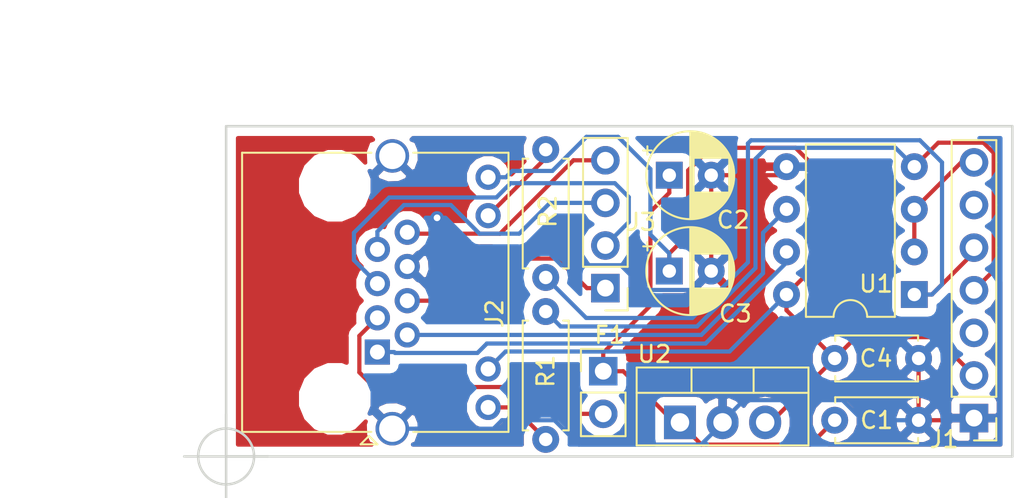
<source format=kicad_pcb>
(kicad_pcb (version 20171130) (host pcbnew "(5.0.1-3-g963ef8bb5)")

  (general
    (thickness 1.6)
    (drawings 7)
    (tracks 155)
    (zones 0)
    (modules 12)
    (nets 18)
  )

  (page A4)
  (layers
    (0 F.Cu signal)
    (31 B.Cu signal)
    (32 B.Adhes user hide)
    (33 F.Adhes user hide)
    (34 B.Paste user hide)
    (35 F.Paste user hide)
    (36 B.SilkS user)
    (37 F.SilkS user)
    (38 B.Mask user)
    (39 F.Mask user)
    (40 Dwgs.User user)
    (41 Cmts.User user)
    (42 Eco1.User user)
    (43 Eco2.User user)
    (44 Edge.Cuts user)
    (45 Margin user)
    (46 B.CrtYd user)
    (47 F.CrtYd user)
    (48 B.Fab user)
    (49 F.Fab user)
  )

  (setup
    (last_trace_width 0.25)
    (trace_clearance 0.2)
    (zone_clearance 0.508)
    (zone_45_only no)
    (trace_min 0.2)
    (segment_width 0.2)
    (edge_width 0.15)
    (via_size 0.8)
    (via_drill 0.4)
    (via_min_size 0.4)
    (via_min_drill 0.3)
    (uvia_size 0.3)
    (uvia_drill 0.1)
    (uvias_allowed no)
    (uvia_min_size 0.2)
    (uvia_min_drill 0.1)
    (pcb_text_width 0.3)
    (pcb_text_size 1.5 1.5)
    (mod_edge_width 0.15)
    (mod_text_size 1 1)
    (mod_text_width 0.15)
    (pad_size 1.524 1.524)
    (pad_drill 0.762)
    (pad_to_mask_clearance 0.051)
    (solder_mask_min_width 0.25)
    (aux_axis_origin 0 0)
    (visible_elements FFFFFF7F)
    (pcbplotparams
      (layerselection 0x010fc_ffffffff)
      (usegerberextensions false)
      (usegerberattributes false)
      (usegerberadvancedattributes false)
      (creategerberjobfile false)
      (excludeedgelayer true)
      (linewidth 0.100000)
      (plotframeref false)
      (viasonmask false)
      (mode 1)
      (useauxorigin false)
      (hpglpennumber 1)
      (hpglpenspeed 20)
      (hpglpendiameter 15.000000)
      (psnegative false)
      (psa4output false)
      (plotreference true)
      (plotvalue true)
      (plotinvisibletext false)
      (padsonsilk false)
      (subtractmaskfromsilk false)
      (outputformat 1)
      (mirror false)
      (drillshape 1)
      (scaleselection 1)
      (outputdirectory ""))
  )

  (net 0 "")
  (net 1 "Net-(J2-Pad9)")
  (net 2 /RXD)
  (net 3 /TXD)
  (net 4 "Net-(J2-Pad11)")
  (net 5 /Vbus)
  (net 6 GND)
  (net 7 VCC)
  (net 8 /SET)
  (net 9 /A)
  (net 10 /B)
  (net 11 "Net-(F1-Pad2)")
  (net 12 "Net-(J2-Pad5)")
  (net 13 "Net-(J2-Pad7)")
  (net 14 "Net-(J2-Pad4)")
  (net 15 "Net-(J2-Pad8)")
  (net 16 /EN)
  (net 17 /AUX)

  (net_class Default "This is the default net class."
    (clearance 0.2)
    (trace_width 0.25)
    (via_dia 0.8)
    (via_drill 0.4)
    (uvia_dia 0.3)
    (uvia_drill 0.1)
    (add_net /A)
    (add_net /AUX)
    (add_net /B)
    (add_net /EN)
    (add_net /RXD)
    (add_net /SET)
    (add_net /TXD)
    (add_net /Vbus)
    (add_net GND)
    (add_net "Net-(F1-Pad2)")
    (add_net "Net-(J2-Pad11)")
    (add_net "Net-(J2-Pad4)")
    (add_net "Net-(J2-Pad5)")
    (add_net "Net-(J2-Pad7)")
    (add_net "Net-(J2-Pad8)")
    (add_net "Net-(J2-Pad9)")
    (add_net VCC)
  )

  (module Capacitor_THT:CP_Radial_D5.0mm_P2.50mm (layer F.Cu) (tedit 5AE50EF0) (tstamp 601763E7)
    (at 77.216 50.546)
    (descr "CP, Radial series, Radial, pin pitch=2.50mm, , diameter=5mm, Electrolytic Capacitor")
    (tags "CP Radial series Radial pin pitch 2.50mm  diameter 5mm Electrolytic Capacitor")
    (path /600A221F)
    (fp_text reference C3 (at 3.937 2.54) (layer F.SilkS)
      (effects (font (size 1 1) (thickness 0.15)))
    )
    (fp_text value 100uF (at 1.25 3.75) (layer F.Fab)
      (effects (font (size 1 1) (thickness 0.15)))
    )
    (fp_text user %R (at 1.25 0) (layer F.Fab)
      (effects (font (size 1 1) (thickness 0.15)))
    )
    (fp_line (start -1.304775 -1.725) (end -1.304775 -1.225) (layer F.SilkS) (width 0.12))
    (fp_line (start -1.554775 -1.475) (end -1.054775 -1.475) (layer F.SilkS) (width 0.12))
    (fp_line (start 3.851 -0.284) (end 3.851 0.284) (layer F.SilkS) (width 0.12))
    (fp_line (start 3.811 -0.518) (end 3.811 0.518) (layer F.SilkS) (width 0.12))
    (fp_line (start 3.771 -0.677) (end 3.771 0.677) (layer F.SilkS) (width 0.12))
    (fp_line (start 3.731 -0.805) (end 3.731 0.805) (layer F.SilkS) (width 0.12))
    (fp_line (start 3.691 -0.915) (end 3.691 0.915) (layer F.SilkS) (width 0.12))
    (fp_line (start 3.651 -1.011) (end 3.651 1.011) (layer F.SilkS) (width 0.12))
    (fp_line (start 3.611 -1.098) (end 3.611 1.098) (layer F.SilkS) (width 0.12))
    (fp_line (start 3.571 -1.178) (end 3.571 1.178) (layer F.SilkS) (width 0.12))
    (fp_line (start 3.531 1.04) (end 3.531 1.251) (layer F.SilkS) (width 0.12))
    (fp_line (start 3.531 -1.251) (end 3.531 -1.04) (layer F.SilkS) (width 0.12))
    (fp_line (start 3.491 1.04) (end 3.491 1.319) (layer F.SilkS) (width 0.12))
    (fp_line (start 3.491 -1.319) (end 3.491 -1.04) (layer F.SilkS) (width 0.12))
    (fp_line (start 3.451 1.04) (end 3.451 1.383) (layer F.SilkS) (width 0.12))
    (fp_line (start 3.451 -1.383) (end 3.451 -1.04) (layer F.SilkS) (width 0.12))
    (fp_line (start 3.411 1.04) (end 3.411 1.443) (layer F.SilkS) (width 0.12))
    (fp_line (start 3.411 -1.443) (end 3.411 -1.04) (layer F.SilkS) (width 0.12))
    (fp_line (start 3.371 1.04) (end 3.371 1.5) (layer F.SilkS) (width 0.12))
    (fp_line (start 3.371 -1.5) (end 3.371 -1.04) (layer F.SilkS) (width 0.12))
    (fp_line (start 3.331 1.04) (end 3.331 1.554) (layer F.SilkS) (width 0.12))
    (fp_line (start 3.331 -1.554) (end 3.331 -1.04) (layer F.SilkS) (width 0.12))
    (fp_line (start 3.291 1.04) (end 3.291 1.605) (layer F.SilkS) (width 0.12))
    (fp_line (start 3.291 -1.605) (end 3.291 -1.04) (layer F.SilkS) (width 0.12))
    (fp_line (start 3.251 1.04) (end 3.251 1.653) (layer F.SilkS) (width 0.12))
    (fp_line (start 3.251 -1.653) (end 3.251 -1.04) (layer F.SilkS) (width 0.12))
    (fp_line (start 3.211 1.04) (end 3.211 1.699) (layer F.SilkS) (width 0.12))
    (fp_line (start 3.211 -1.699) (end 3.211 -1.04) (layer F.SilkS) (width 0.12))
    (fp_line (start 3.171 1.04) (end 3.171 1.743) (layer F.SilkS) (width 0.12))
    (fp_line (start 3.171 -1.743) (end 3.171 -1.04) (layer F.SilkS) (width 0.12))
    (fp_line (start 3.131 1.04) (end 3.131 1.785) (layer F.SilkS) (width 0.12))
    (fp_line (start 3.131 -1.785) (end 3.131 -1.04) (layer F.SilkS) (width 0.12))
    (fp_line (start 3.091 1.04) (end 3.091 1.826) (layer F.SilkS) (width 0.12))
    (fp_line (start 3.091 -1.826) (end 3.091 -1.04) (layer F.SilkS) (width 0.12))
    (fp_line (start 3.051 1.04) (end 3.051 1.864) (layer F.SilkS) (width 0.12))
    (fp_line (start 3.051 -1.864) (end 3.051 -1.04) (layer F.SilkS) (width 0.12))
    (fp_line (start 3.011 1.04) (end 3.011 1.901) (layer F.SilkS) (width 0.12))
    (fp_line (start 3.011 -1.901) (end 3.011 -1.04) (layer F.SilkS) (width 0.12))
    (fp_line (start 2.971 1.04) (end 2.971 1.937) (layer F.SilkS) (width 0.12))
    (fp_line (start 2.971 -1.937) (end 2.971 -1.04) (layer F.SilkS) (width 0.12))
    (fp_line (start 2.931 1.04) (end 2.931 1.971) (layer F.SilkS) (width 0.12))
    (fp_line (start 2.931 -1.971) (end 2.931 -1.04) (layer F.SilkS) (width 0.12))
    (fp_line (start 2.891 1.04) (end 2.891 2.004) (layer F.SilkS) (width 0.12))
    (fp_line (start 2.891 -2.004) (end 2.891 -1.04) (layer F.SilkS) (width 0.12))
    (fp_line (start 2.851 1.04) (end 2.851 2.035) (layer F.SilkS) (width 0.12))
    (fp_line (start 2.851 -2.035) (end 2.851 -1.04) (layer F.SilkS) (width 0.12))
    (fp_line (start 2.811 1.04) (end 2.811 2.065) (layer F.SilkS) (width 0.12))
    (fp_line (start 2.811 -2.065) (end 2.811 -1.04) (layer F.SilkS) (width 0.12))
    (fp_line (start 2.771 1.04) (end 2.771 2.095) (layer F.SilkS) (width 0.12))
    (fp_line (start 2.771 -2.095) (end 2.771 -1.04) (layer F.SilkS) (width 0.12))
    (fp_line (start 2.731 1.04) (end 2.731 2.122) (layer F.SilkS) (width 0.12))
    (fp_line (start 2.731 -2.122) (end 2.731 -1.04) (layer F.SilkS) (width 0.12))
    (fp_line (start 2.691 1.04) (end 2.691 2.149) (layer F.SilkS) (width 0.12))
    (fp_line (start 2.691 -2.149) (end 2.691 -1.04) (layer F.SilkS) (width 0.12))
    (fp_line (start 2.651 1.04) (end 2.651 2.175) (layer F.SilkS) (width 0.12))
    (fp_line (start 2.651 -2.175) (end 2.651 -1.04) (layer F.SilkS) (width 0.12))
    (fp_line (start 2.611 1.04) (end 2.611 2.2) (layer F.SilkS) (width 0.12))
    (fp_line (start 2.611 -2.2) (end 2.611 -1.04) (layer F.SilkS) (width 0.12))
    (fp_line (start 2.571 1.04) (end 2.571 2.224) (layer F.SilkS) (width 0.12))
    (fp_line (start 2.571 -2.224) (end 2.571 -1.04) (layer F.SilkS) (width 0.12))
    (fp_line (start 2.531 1.04) (end 2.531 2.247) (layer F.SilkS) (width 0.12))
    (fp_line (start 2.531 -2.247) (end 2.531 -1.04) (layer F.SilkS) (width 0.12))
    (fp_line (start 2.491 1.04) (end 2.491 2.268) (layer F.SilkS) (width 0.12))
    (fp_line (start 2.491 -2.268) (end 2.491 -1.04) (layer F.SilkS) (width 0.12))
    (fp_line (start 2.451 1.04) (end 2.451 2.29) (layer F.SilkS) (width 0.12))
    (fp_line (start 2.451 -2.29) (end 2.451 -1.04) (layer F.SilkS) (width 0.12))
    (fp_line (start 2.411 1.04) (end 2.411 2.31) (layer F.SilkS) (width 0.12))
    (fp_line (start 2.411 -2.31) (end 2.411 -1.04) (layer F.SilkS) (width 0.12))
    (fp_line (start 2.371 1.04) (end 2.371 2.329) (layer F.SilkS) (width 0.12))
    (fp_line (start 2.371 -2.329) (end 2.371 -1.04) (layer F.SilkS) (width 0.12))
    (fp_line (start 2.331 1.04) (end 2.331 2.348) (layer F.SilkS) (width 0.12))
    (fp_line (start 2.331 -2.348) (end 2.331 -1.04) (layer F.SilkS) (width 0.12))
    (fp_line (start 2.291 1.04) (end 2.291 2.365) (layer F.SilkS) (width 0.12))
    (fp_line (start 2.291 -2.365) (end 2.291 -1.04) (layer F.SilkS) (width 0.12))
    (fp_line (start 2.251 1.04) (end 2.251 2.382) (layer F.SilkS) (width 0.12))
    (fp_line (start 2.251 -2.382) (end 2.251 -1.04) (layer F.SilkS) (width 0.12))
    (fp_line (start 2.211 1.04) (end 2.211 2.398) (layer F.SilkS) (width 0.12))
    (fp_line (start 2.211 -2.398) (end 2.211 -1.04) (layer F.SilkS) (width 0.12))
    (fp_line (start 2.171 1.04) (end 2.171 2.414) (layer F.SilkS) (width 0.12))
    (fp_line (start 2.171 -2.414) (end 2.171 -1.04) (layer F.SilkS) (width 0.12))
    (fp_line (start 2.131 1.04) (end 2.131 2.428) (layer F.SilkS) (width 0.12))
    (fp_line (start 2.131 -2.428) (end 2.131 -1.04) (layer F.SilkS) (width 0.12))
    (fp_line (start 2.091 1.04) (end 2.091 2.442) (layer F.SilkS) (width 0.12))
    (fp_line (start 2.091 -2.442) (end 2.091 -1.04) (layer F.SilkS) (width 0.12))
    (fp_line (start 2.051 1.04) (end 2.051 2.455) (layer F.SilkS) (width 0.12))
    (fp_line (start 2.051 -2.455) (end 2.051 -1.04) (layer F.SilkS) (width 0.12))
    (fp_line (start 2.011 1.04) (end 2.011 2.468) (layer F.SilkS) (width 0.12))
    (fp_line (start 2.011 -2.468) (end 2.011 -1.04) (layer F.SilkS) (width 0.12))
    (fp_line (start 1.971 1.04) (end 1.971 2.48) (layer F.SilkS) (width 0.12))
    (fp_line (start 1.971 -2.48) (end 1.971 -1.04) (layer F.SilkS) (width 0.12))
    (fp_line (start 1.93 1.04) (end 1.93 2.491) (layer F.SilkS) (width 0.12))
    (fp_line (start 1.93 -2.491) (end 1.93 -1.04) (layer F.SilkS) (width 0.12))
    (fp_line (start 1.89 1.04) (end 1.89 2.501) (layer F.SilkS) (width 0.12))
    (fp_line (start 1.89 -2.501) (end 1.89 -1.04) (layer F.SilkS) (width 0.12))
    (fp_line (start 1.85 1.04) (end 1.85 2.511) (layer F.SilkS) (width 0.12))
    (fp_line (start 1.85 -2.511) (end 1.85 -1.04) (layer F.SilkS) (width 0.12))
    (fp_line (start 1.81 1.04) (end 1.81 2.52) (layer F.SilkS) (width 0.12))
    (fp_line (start 1.81 -2.52) (end 1.81 -1.04) (layer F.SilkS) (width 0.12))
    (fp_line (start 1.77 1.04) (end 1.77 2.528) (layer F.SilkS) (width 0.12))
    (fp_line (start 1.77 -2.528) (end 1.77 -1.04) (layer F.SilkS) (width 0.12))
    (fp_line (start 1.73 1.04) (end 1.73 2.536) (layer F.SilkS) (width 0.12))
    (fp_line (start 1.73 -2.536) (end 1.73 -1.04) (layer F.SilkS) (width 0.12))
    (fp_line (start 1.69 1.04) (end 1.69 2.543) (layer F.SilkS) (width 0.12))
    (fp_line (start 1.69 -2.543) (end 1.69 -1.04) (layer F.SilkS) (width 0.12))
    (fp_line (start 1.65 1.04) (end 1.65 2.55) (layer F.SilkS) (width 0.12))
    (fp_line (start 1.65 -2.55) (end 1.65 -1.04) (layer F.SilkS) (width 0.12))
    (fp_line (start 1.61 1.04) (end 1.61 2.556) (layer F.SilkS) (width 0.12))
    (fp_line (start 1.61 -2.556) (end 1.61 -1.04) (layer F.SilkS) (width 0.12))
    (fp_line (start 1.57 1.04) (end 1.57 2.561) (layer F.SilkS) (width 0.12))
    (fp_line (start 1.57 -2.561) (end 1.57 -1.04) (layer F.SilkS) (width 0.12))
    (fp_line (start 1.53 1.04) (end 1.53 2.565) (layer F.SilkS) (width 0.12))
    (fp_line (start 1.53 -2.565) (end 1.53 -1.04) (layer F.SilkS) (width 0.12))
    (fp_line (start 1.49 1.04) (end 1.49 2.569) (layer F.SilkS) (width 0.12))
    (fp_line (start 1.49 -2.569) (end 1.49 -1.04) (layer F.SilkS) (width 0.12))
    (fp_line (start 1.45 -2.573) (end 1.45 2.573) (layer F.SilkS) (width 0.12))
    (fp_line (start 1.41 -2.576) (end 1.41 2.576) (layer F.SilkS) (width 0.12))
    (fp_line (start 1.37 -2.578) (end 1.37 2.578) (layer F.SilkS) (width 0.12))
    (fp_line (start 1.33 -2.579) (end 1.33 2.579) (layer F.SilkS) (width 0.12))
    (fp_line (start 1.29 -2.58) (end 1.29 2.58) (layer F.SilkS) (width 0.12))
    (fp_line (start 1.25 -2.58) (end 1.25 2.58) (layer F.SilkS) (width 0.12))
    (fp_line (start -0.633605 -1.3375) (end -0.633605 -0.8375) (layer F.Fab) (width 0.1))
    (fp_line (start -0.883605 -1.0875) (end -0.383605 -1.0875) (layer F.Fab) (width 0.1))
    (fp_circle (center 1.25 0) (end 4 0) (layer F.CrtYd) (width 0.05))
    (fp_circle (center 1.25 0) (end 3.87 0) (layer F.SilkS) (width 0.12))
    (fp_circle (center 1.25 0) (end 3.75 0) (layer F.Fab) (width 0.1))
    (pad 2 thru_hole circle (at 2.5 0) (size 1.6 1.6) (drill 0.8) (layers *.Cu *.Mask)
      (net 6 GND))
    (pad 1 thru_hole rect (at 0 0) (size 1.6 1.6) (drill 0.8) (layers *.Cu *.Mask)
      (net 7 VCC))
    (model ${KISYS3DMOD}/Capacitor_THT.3dshapes/CP_Radial_D5.0mm_P2.50mm.wrl
      (at (xyz 0 0 0))
      (scale (xyz 1 1 1))
      (rotate (xyz 0 0 0))
    )
  )

  (module Capacitor_THT:CP_Radial_D5.0mm_P2.50mm (layer F.Cu) (tedit 5AE50EF0) (tstamp 60176363)
    (at 77.216 44.831)
    (descr "CP, Radial series, Radial, pin pitch=2.50mm, , diameter=5mm, Electrolytic Capacitor")
    (tags "CP Radial series Radial pin pitch 2.50mm  diameter 5mm Electrolytic Capacitor")
    (path /600A246B)
    (fp_text reference C2 (at 3.81 2.667) (layer F.SilkS)
      (effects (font (size 1 1) (thickness 0.15)))
    )
    (fp_text value 10uF (at 1.25 3.75) (layer F.Fab)
      (effects (font (size 1 1) (thickness 0.15)))
    )
    (fp_circle (center 1.25 0) (end 3.75 0) (layer F.Fab) (width 0.1))
    (fp_circle (center 1.25 0) (end 3.87 0) (layer F.SilkS) (width 0.12))
    (fp_circle (center 1.25 0) (end 4 0) (layer F.CrtYd) (width 0.05))
    (fp_line (start -0.883605 -1.0875) (end -0.383605 -1.0875) (layer F.Fab) (width 0.1))
    (fp_line (start -0.633605 -1.3375) (end -0.633605 -0.8375) (layer F.Fab) (width 0.1))
    (fp_line (start 1.25 -2.58) (end 1.25 2.58) (layer F.SilkS) (width 0.12))
    (fp_line (start 1.29 -2.58) (end 1.29 2.58) (layer F.SilkS) (width 0.12))
    (fp_line (start 1.33 -2.579) (end 1.33 2.579) (layer F.SilkS) (width 0.12))
    (fp_line (start 1.37 -2.578) (end 1.37 2.578) (layer F.SilkS) (width 0.12))
    (fp_line (start 1.41 -2.576) (end 1.41 2.576) (layer F.SilkS) (width 0.12))
    (fp_line (start 1.45 -2.573) (end 1.45 2.573) (layer F.SilkS) (width 0.12))
    (fp_line (start 1.49 -2.569) (end 1.49 -1.04) (layer F.SilkS) (width 0.12))
    (fp_line (start 1.49 1.04) (end 1.49 2.569) (layer F.SilkS) (width 0.12))
    (fp_line (start 1.53 -2.565) (end 1.53 -1.04) (layer F.SilkS) (width 0.12))
    (fp_line (start 1.53 1.04) (end 1.53 2.565) (layer F.SilkS) (width 0.12))
    (fp_line (start 1.57 -2.561) (end 1.57 -1.04) (layer F.SilkS) (width 0.12))
    (fp_line (start 1.57 1.04) (end 1.57 2.561) (layer F.SilkS) (width 0.12))
    (fp_line (start 1.61 -2.556) (end 1.61 -1.04) (layer F.SilkS) (width 0.12))
    (fp_line (start 1.61 1.04) (end 1.61 2.556) (layer F.SilkS) (width 0.12))
    (fp_line (start 1.65 -2.55) (end 1.65 -1.04) (layer F.SilkS) (width 0.12))
    (fp_line (start 1.65 1.04) (end 1.65 2.55) (layer F.SilkS) (width 0.12))
    (fp_line (start 1.69 -2.543) (end 1.69 -1.04) (layer F.SilkS) (width 0.12))
    (fp_line (start 1.69 1.04) (end 1.69 2.543) (layer F.SilkS) (width 0.12))
    (fp_line (start 1.73 -2.536) (end 1.73 -1.04) (layer F.SilkS) (width 0.12))
    (fp_line (start 1.73 1.04) (end 1.73 2.536) (layer F.SilkS) (width 0.12))
    (fp_line (start 1.77 -2.528) (end 1.77 -1.04) (layer F.SilkS) (width 0.12))
    (fp_line (start 1.77 1.04) (end 1.77 2.528) (layer F.SilkS) (width 0.12))
    (fp_line (start 1.81 -2.52) (end 1.81 -1.04) (layer F.SilkS) (width 0.12))
    (fp_line (start 1.81 1.04) (end 1.81 2.52) (layer F.SilkS) (width 0.12))
    (fp_line (start 1.85 -2.511) (end 1.85 -1.04) (layer F.SilkS) (width 0.12))
    (fp_line (start 1.85 1.04) (end 1.85 2.511) (layer F.SilkS) (width 0.12))
    (fp_line (start 1.89 -2.501) (end 1.89 -1.04) (layer F.SilkS) (width 0.12))
    (fp_line (start 1.89 1.04) (end 1.89 2.501) (layer F.SilkS) (width 0.12))
    (fp_line (start 1.93 -2.491) (end 1.93 -1.04) (layer F.SilkS) (width 0.12))
    (fp_line (start 1.93 1.04) (end 1.93 2.491) (layer F.SilkS) (width 0.12))
    (fp_line (start 1.971 -2.48) (end 1.971 -1.04) (layer F.SilkS) (width 0.12))
    (fp_line (start 1.971 1.04) (end 1.971 2.48) (layer F.SilkS) (width 0.12))
    (fp_line (start 2.011 -2.468) (end 2.011 -1.04) (layer F.SilkS) (width 0.12))
    (fp_line (start 2.011 1.04) (end 2.011 2.468) (layer F.SilkS) (width 0.12))
    (fp_line (start 2.051 -2.455) (end 2.051 -1.04) (layer F.SilkS) (width 0.12))
    (fp_line (start 2.051 1.04) (end 2.051 2.455) (layer F.SilkS) (width 0.12))
    (fp_line (start 2.091 -2.442) (end 2.091 -1.04) (layer F.SilkS) (width 0.12))
    (fp_line (start 2.091 1.04) (end 2.091 2.442) (layer F.SilkS) (width 0.12))
    (fp_line (start 2.131 -2.428) (end 2.131 -1.04) (layer F.SilkS) (width 0.12))
    (fp_line (start 2.131 1.04) (end 2.131 2.428) (layer F.SilkS) (width 0.12))
    (fp_line (start 2.171 -2.414) (end 2.171 -1.04) (layer F.SilkS) (width 0.12))
    (fp_line (start 2.171 1.04) (end 2.171 2.414) (layer F.SilkS) (width 0.12))
    (fp_line (start 2.211 -2.398) (end 2.211 -1.04) (layer F.SilkS) (width 0.12))
    (fp_line (start 2.211 1.04) (end 2.211 2.398) (layer F.SilkS) (width 0.12))
    (fp_line (start 2.251 -2.382) (end 2.251 -1.04) (layer F.SilkS) (width 0.12))
    (fp_line (start 2.251 1.04) (end 2.251 2.382) (layer F.SilkS) (width 0.12))
    (fp_line (start 2.291 -2.365) (end 2.291 -1.04) (layer F.SilkS) (width 0.12))
    (fp_line (start 2.291 1.04) (end 2.291 2.365) (layer F.SilkS) (width 0.12))
    (fp_line (start 2.331 -2.348) (end 2.331 -1.04) (layer F.SilkS) (width 0.12))
    (fp_line (start 2.331 1.04) (end 2.331 2.348) (layer F.SilkS) (width 0.12))
    (fp_line (start 2.371 -2.329) (end 2.371 -1.04) (layer F.SilkS) (width 0.12))
    (fp_line (start 2.371 1.04) (end 2.371 2.329) (layer F.SilkS) (width 0.12))
    (fp_line (start 2.411 -2.31) (end 2.411 -1.04) (layer F.SilkS) (width 0.12))
    (fp_line (start 2.411 1.04) (end 2.411 2.31) (layer F.SilkS) (width 0.12))
    (fp_line (start 2.451 -2.29) (end 2.451 -1.04) (layer F.SilkS) (width 0.12))
    (fp_line (start 2.451 1.04) (end 2.451 2.29) (layer F.SilkS) (width 0.12))
    (fp_line (start 2.491 -2.268) (end 2.491 -1.04) (layer F.SilkS) (width 0.12))
    (fp_line (start 2.491 1.04) (end 2.491 2.268) (layer F.SilkS) (width 0.12))
    (fp_line (start 2.531 -2.247) (end 2.531 -1.04) (layer F.SilkS) (width 0.12))
    (fp_line (start 2.531 1.04) (end 2.531 2.247) (layer F.SilkS) (width 0.12))
    (fp_line (start 2.571 -2.224) (end 2.571 -1.04) (layer F.SilkS) (width 0.12))
    (fp_line (start 2.571 1.04) (end 2.571 2.224) (layer F.SilkS) (width 0.12))
    (fp_line (start 2.611 -2.2) (end 2.611 -1.04) (layer F.SilkS) (width 0.12))
    (fp_line (start 2.611 1.04) (end 2.611 2.2) (layer F.SilkS) (width 0.12))
    (fp_line (start 2.651 -2.175) (end 2.651 -1.04) (layer F.SilkS) (width 0.12))
    (fp_line (start 2.651 1.04) (end 2.651 2.175) (layer F.SilkS) (width 0.12))
    (fp_line (start 2.691 -2.149) (end 2.691 -1.04) (layer F.SilkS) (width 0.12))
    (fp_line (start 2.691 1.04) (end 2.691 2.149) (layer F.SilkS) (width 0.12))
    (fp_line (start 2.731 -2.122) (end 2.731 -1.04) (layer F.SilkS) (width 0.12))
    (fp_line (start 2.731 1.04) (end 2.731 2.122) (layer F.SilkS) (width 0.12))
    (fp_line (start 2.771 -2.095) (end 2.771 -1.04) (layer F.SilkS) (width 0.12))
    (fp_line (start 2.771 1.04) (end 2.771 2.095) (layer F.SilkS) (width 0.12))
    (fp_line (start 2.811 -2.065) (end 2.811 -1.04) (layer F.SilkS) (width 0.12))
    (fp_line (start 2.811 1.04) (end 2.811 2.065) (layer F.SilkS) (width 0.12))
    (fp_line (start 2.851 -2.035) (end 2.851 -1.04) (layer F.SilkS) (width 0.12))
    (fp_line (start 2.851 1.04) (end 2.851 2.035) (layer F.SilkS) (width 0.12))
    (fp_line (start 2.891 -2.004) (end 2.891 -1.04) (layer F.SilkS) (width 0.12))
    (fp_line (start 2.891 1.04) (end 2.891 2.004) (layer F.SilkS) (width 0.12))
    (fp_line (start 2.931 -1.971) (end 2.931 -1.04) (layer F.SilkS) (width 0.12))
    (fp_line (start 2.931 1.04) (end 2.931 1.971) (layer F.SilkS) (width 0.12))
    (fp_line (start 2.971 -1.937) (end 2.971 -1.04) (layer F.SilkS) (width 0.12))
    (fp_line (start 2.971 1.04) (end 2.971 1.937) (layer F.SilkS) (width 0.12))
    (fp_line (start 3.011 -1.901) (end 3.011 -1.04) (layer F.SilkS) (width 0.12))
    (fp_line (start 3.011 1.04) (end 3.011 1.901) (layer F.SilkS) (width 0.12))
    (fp_line (start 3.051 -1.864) (end 3.051 -1.04) (layer F.SilkS) (width 0.12))
    (fp_line (start 3.051 1.04) (end 3.051 1.864) (layer F.SilkS) (width 0.12))
    (fp_line (start 3.091 -1.826) (end 3.091 -1.04) (layer F.SilkS) (width 0.12))
    (fp_line (start 3.091 1.04) (end 3.091 1.826) (layer F.SilkS) (width 0.12))
    (fp_line (start 3.131 -1.785) (end 3.131 -1.04) (layer F.SilkS) (width 0.12))
    (fp_line (start 3.131 1.04) (end 3.131 1.785) (layer F.SilkS) (width 0.12))
    (fp_line (start 3.171 -1.743) (end 3.171 -1.04) (layer F.SilkS) (width 0.12))
    (fp_line (start 3.171 1.04) (end 3.171 1.743) (layer F.SilkS) (width 0.12))
    (fp_line (start 3.211 -1.699) (end 3.211 -1.04) (layer F.SilkS) (width 0.12))
    (fp_line (start 3.211 1.04) (end 3.211 1.699) (layer F.SilkS) (width 0.12))
    (fp_line (start 3.251 -1.653) (end 3.251 -1.04) (layer F.SilkS) (width 0.12))
    (fp_line (start 3.251 1.04) (end 3.251 1.653) (layer F.SilkS) (width 0.12))
    (fp_line (start 3.291 -1.605) (end 3.291 -1.04) (layer F.SilkS) (width 0.12))
    (fp_line (start 3.291 1.04) (end 3.291 1.605) (layer F.SilkS) (width 0.12))
    (fp_line (start 3.331 -1.554) (end 3.331 -1.04) (layer F.SilkS) (width 0.12))
    (fp_line (start 3.331 1.04) (end 3.331 1.554) (layer F.SilkS) (width 0.12))
    (fp_line (start 3.371 -1.5) (end 3.371 -1.04) (layer F.SilkS) (width 0.12))
    (fp_line (start 3.371 1.04) (end 3.371 1.5) (layer F.SilkS) (width 0.12))
    (fp_line (start 3.411 -1.443) (end 3.411 -1.04) (layer F.SilkS) (width 0.12))
    (fp_line (start 3.411 1.04) (end 3.411 1.443) (layer F.SilkS) (width 0.12))
    (fp_line (start 3.451 -1.383) (end 3.451 -1.04) (layer F.SilkS) (width 0.12))
    (fp_line (start 3.451 1.04) (end 3.451 1.383) (layer F.SilkS) (width 0.12))
    (fp_line (start 3.491 -1.319) (end 3.491 -1.04) (layer F.SilkS) (width 0.12))
    (fp_line (start 3.491 1.04) (end 3.491 1.319) (layer F.SilkS) (width 0.12))
    (fp_line (start 3.531 -1.251) (end 3.531 -1.04) (layer F.SilkS) (width 0.12))
    (fp_line (start 3.531 1.04) (end 3.531 1.251) (layer F.SilkS) (width 0.12))
    (fp_line (start 3.571 -1.178) (end 3.571 1.178) (layer F.SilkS) (width 0.12))
    (fp_line (start 3.611 -1.098) (end 3.611 1.098) (layer F.SilkS) (width 0.12))
    (fp_line (start 3.651 -1.011) (end 3.651 1.011) (layer F.SilkS) (width 0.12))
    (fp_line (start 3.691 -0.915) (end 3.691 0.915) (layer F.SilkS) (width 0.12))
    (fp_line (start 3.731 -0.805) (end 3.731 0.805) (layer F.SilkS) (width 0.12))
    (fp_line (start 3.771 -0.677) (end 3.771 0.677) (layer F.SilkS) (width 0.12))
    (fp_line (start 3.811 -0.518) (end 3.811 0.518) (layer F.SilkS) (width 0.12))
    (fp_line (start 3.851 -0.284) (end 3.851 0.284) (layer F.SilkS) (width 0.12))
    (fp_line (start -1.554775 -1.475) (end -1.054775 -1.475) (layer F.SilkS) (width 0.12))
    (fp_line (start -1.304775 -1.725) (end -1.304775 -1.225) (layer F.SilkS) (width 0.12))
    (fp_text user %R (at 1.25 0) (layer F.Fab)
      (effects (font (size 1 1) (thickness 0.15)))
    )
    (pad 1 thru_hole rect (at 0 0) (size 1.6 1.6) (drill 0.8) (layers *.Cu *.Mask)
      (net 5 /Vbus))
    (pad 2 thru_hole circle (at 2.5 0) (size 1.6 1.6) (drill 0.8) (layers *.Cu *.Mask)
      (net 6 GND))
    (model ${KISYS3DMOD}/Capacitor_THT.3dshapes/CP_Radial_D5.0mm_P2.50mm.wrl
      (at (xyz 0 0 0))
      (scale (xyz 1 1 1))
      (rotate (xyz 0 0 0))
    )
  )

  (module Capacitor_THT:C_Disc_D4.7mm_W2.5mm_P5.00mm (layer F.Cu) (tedit 5AE50EF0) (tstamp 601762DF)
    (at 87.075 55.753)
    (descr "C, Disc series, Radial, pin pitch=5.00mm, , diameter*width=4.7*2.5mm^2, Capacitor, http://www.vishay.com/docs/45233/krseries.pdf")
    (tags "C Disc series Radial pin pitch 5.00mm  diameter 4.7mm width 2.5mm Capacitor")
    (path /600A31E3)
    (fp_text reference C4 (at 2.46 0) (layer F.SilkS)
      (effects (font (size 1 1) (thickness 0.15)))
    )
    (fp_text value 100n (at 2.5 2.5) (layer F.Fab)
      (effects (font (size 1 1) (thickness 0.15)))
    )
    (fp_text user %R (at 2.5 0) (layer F.Fab)
      (effects (font (size 0.94 0.94) (thickness 0.141)))
    )
    (fp_line (start 6.05 -1.5) (end -1.05 -1.5) (layer F.CrtYd) (width 0.05))
    (fp_line (start 6.05 1.5) (end 6.05 -1.5) (layer F.CrtYd) (width 0.05))
    (fp_line (start -1.05 1.5) (end 6.05 1.5) (layer F.CrtYd) (width 0.05))
    (fp_line (start -1.05 -1.5) (end -1.05 1.5) (layer F.CrtYd) (width 0.05))
    (fp_line (start 4.97 1.055) (end 4.97 1.37) (layer F.SilkS) (width 0.12))
    (fp_line (start 4.97 -1.37) (end 4.97 -1.055) (layer F.SilkS) (width 0.12))
    (fp_line (start 0.03 1.055) (end 0.03 1.37) (layer F.SilkS) (width 0.12))
    (fp_line (start 0.03 -1.37) (end 0.03 -1.055) (layer F.SilkS) (width 0.12))
    (fp_line (start 0.03 1.37) (end 4.97 1.37) (layer F.SilkS) (width 0.12))
    (fp_line (start 0.03 -1.37) (end 4.97 -1.37) (layer F.SilkS) (width 0.12))
    (fp_line (start 4.85 -1.25) (end 0.15 -1.25) (layer F.Fab) (width 0.1))
    (fp_line (start 4.85 1.25) (end 4.85 -1.25) (layer F.Fab) (width 0.1))
    (fp_line (start 0.15 1.25) (end 4.85 1.25) (layer F.Fab) (width 0.1))
    (fp_line (start 0.15 -1.25) (end 0.15 1.25) (layer F.Fab) (width 0.1))
    (pad 2 thru_hole circle (at 5 0) (size 1.6 1.6) (drill 0.8) (layers *.Cu *.Mask)
      (net 6 GND))
    (pad 1 thru_hole circle (at 0 0) (size 1.6 1.6) (drill 0.8) (layers *.Cu *.Mask)
      (net 7 VCC))
    (model ${KISYS3DMOD}/Capacitor_THT.3dshapes/C_Disc_D4.7mm_W2.5mm_P5.00mm.wrl
      (at (xyz 0 0 0))
      (scale (xyz 1 1 1))
      (rotate (xyz 0 0 0))
    )
  )

  (module Capacitor_THT:C_Disc_D4.7mm_W2.5mm_P5.00mm (layer F.Cu) (tedit 5AE50EF0) (tstamp 60177C03)
    (at 87.075 59.436)
    (descr "C, Disc series, Radial, pin pitch=5.00mm, , diameter*width=4.7*2.5mm^2, Capacitor, http://www.vishay.com/docs/45233/krseries.pdf")
    (tags "C Disc series Radial pin pitch 5.00mm  diameter 4.7mm width 2.5mm Capacitor")
    (path /600A27C4)
    (fp_text reference C1 (at 2.5 0) (layer F.SilkS)
      (effects (font (size 1 1) (thickness 0.15)))
    )
    (fp_text value 100n (at 2.5 2.5) (layer F.Fab)
      (effects (font (size 1 1) (thickness 0.15)))
    )
    (fp_line (start 0.15 -1.25) (end 0.15 1.25) (layer F.Fab) (width 0.1))
    (fp_line (start 0.15 1.25) (end 4.85 1.25) (layer F.Fab) (width 0.1))
    (fp_line (start 4.85 1.25) (end 4.85 -1.25) (layer F.Fab) (width 0.1))
    (fp_line (start 4.85 -1.25) (end 0.15 -1.25) (layer F.Fab) (width 0.1))
    (fp_line (start 0.03 -1.37) (end 4.97 -1.37) (layer F.SilkS) (width 0.12))
    (fp_line (start 0.03 1.37) (end 4.97 1.37) (layer F.SilkS) (width 0.12))
    (fp_line (start 0.03 -1.37) (end 0.03 -1.055) (layer F.SilkS) (width 0.12))
    (fp_line (start 0.03 1.055) (end 0.03 1.37) (layer F.SilkS) (width 0.12))
    (fp_line (start 4.97 -1.37) (end 4.97 -1.055) (layer F.SilkS) (width 0.12))
    (fp_line (start 4.97 1.055) (end 4.97 1.37) (layer F.SilkS) (width 0.12))
    (fp_line (start -1.05 -1.5) (end -1.05 1.5) (layer F.CrtYd) (width 0.05))
    (fp_line (start -1.05 1.5) (end 6.05 1.5) (layer F.CrtYd) (width 0.05))
    (fp_line (start 6.05 1.5) (end 6.05 -1.5) (layer F.CrtYd) (width 0.05))
    (fp_line (start 6.05 -1.5) (end -1.05 -1.5) (layer F.CrtYd) (width 0.05))
    (fp_text user %R (at 2.5 0) (layer F.Fab)
      (effects (font (size 0.94 0.94) (thickness 0.141)))
    )
    (pad 1 thru_hole circle (at 0 0) (size 1.6 1.6) (drill 0.8) (layers *.Cu *.Mask)
      (net 5 /Vbus))
    (pad 2 thru_hole circle (at 5 0) (size 1.6 1.6) (drill 0.8) (layers *.Cu *.Mask)
      (net 6 GND))
    (model ${KISYS3DMOD}/Capacitor_THT.3dshapes/C_Disc_D4.7mm_W2.5mm_P5.00mm.wrl
      (at (xyz 0 0 0))
      (scale (xyz 1 1 1))
      (rotate (xyz 0 0 0))
    )
  )

  (module Connector_PinHeader_2.54mm:PinHeader_1x02_P2.54mm_Vertical (layer F.Cu) (tedit 59FED5CC) (tstamp 601762B5)
    (at 73.279 56.515)
    (descr "Through hole straight pin header, 1x02, 2.54mm pitch, single row")
    (tags "Through hole pin header THT 1x02 2.54mm single row")
    (path /6009B92D)
    (fp_text reference F1 (at 0.381 -2.159) (layer F.SilkS)
      (effects (font (size 1 1) (thickness 0.15)))
    )
    (fp_text value Fuse (at 0 4.87) (layer F.Fab)
      (effects (font (size 1 1) (thickness 0.15)))
    )
    (fp_line (start -0.635 -1.27) (end 1.27 -1.27) (layer F.Fab) (width 0.1))
    (fp_line (start 1.27 -1.27) (end 1.27 3.81) (layer F.Fab) (width 0.1))
    (fp_line (start 1.27 3.81) (end -1.27 3.81) (layer F.Fab) (width 0.1))
    (fp_line (start -1.27 3.81) (end -1.27 -0.635) (layer F.Fab) (width 0.1))
    (fp_line (start -1.27 -0.635) (end -0.635 -1.27) (layer F.Fab) (width 0.1))
    (fp_line (start -1.33 3.87) (end 1.33 3.87) (layer F.SilkS) (width 0.12))
    (fp_line (start -1.33 1.27) (end -1.33 3.87) (layer F.SilkS) (width 0.12))
    (fp_line (start 1.33 1.27) (end 1.33 3.87) (layer F.SilkS) (width 0.12))
    (fp_line (start -1.33 1.27) (end 1.33 1.27) (layer F.SilkS) (width 0.12))
    (fp_line (start -1.33 0) (end -1.33 -1.33) (layer F.SilkS) (width 0.12))
    (fp_line (start -1.33 -1.33) (end 0 -1.33) (layer F.SilkS) (width 0.12))
    (fp_line (start -1.8 -1.8) (end -1.8 4.35) (layer F.CrtYd) (width 0.05))
    (fp_line (start -1.8 4.35) (end 1.8 4.35) (layer F.CrtYd) (width 0.05))
    (fp_line (start 1.8 4.35) (end 1.8 -1.8) (layer F.CrtYd) (width 0.05))
    (fp_line (start 1.8 -1.8) (end -1.8 -1.8) (layer F.CrtYd) (width 0.05))
    (fp_text user %R (at 0 1.27 90) (layer F.Fab)
      (effects (font (size 1 1) (thickness 0.15)))
    )
    (pad 1 thru_hole rect (at 0 0) (size 1.7 1.7) (drill 1) (layers *.Cu *.Mask)
      (net 5 /Vbus))
    (pad 2 thru_hole oval (at 0 2.54) (size 1.7 1.7) (drill 1) (layers *.Cu *.Mask)
      (net 11 "Net-(F1-Pad2)"))
    (model ${KISYS3DMOD}/Connector_PinHeader_2.54mm.3dshapes/PinHeader_1x02_P2.54mm_Vertical.wrl
      (at (xyz 0 0 0))
      (scale (xyz 1 1 1))
      (rotate (xyz 0 0 0))
    )
  )

  (module Connector_PinHeader_2.54mm:PinHeader_1x04_P2.54mm_Vertical (layer F.Cu) (tedit 59FED5CC) (tstamp 6017629F)
    (at 73.406 51.562 180)
    (descr "Through hole straight pin header, 1x04, 2.54mm pitch, single row")
    (tags "Through hole pin header THT 1x04 2.54mm single row")
    (path /600AC20F)
    (fp_text reference J3 (at -2.159 3.937 180) (layer F.SilkS)
      (effects (font (size 1 1) (thickness 0.15)))
    )
    (fp_text value Conn_01x04_Male (at 0 9.95 180) (layer F.Fab)
      (effects (font (size 1 1) (thickness 0.15)))
    )
    (fp_line (start -0.635 -1.27) (end 1.27 -1.27) (layer F.Fab) (width 0.1))
    (fp_line (start 1.27 -1.27) (end 1.27 8.89) (layer F.Fab) (width 0.1))
    (fp_line (start 1.27 8.89) (end -1.27 8.89) (layer F.Fab) (width 0.1))
    (fp_line (start -1.27 8.89) (end -1.27 -0.635) (layer F.Fab) (width 0.1))
    (fp_line (start -1.27 -0.635) (end -0.635 -1.27) (layer F.Fab) (width 0.1))
    (fp_line (start -1.33 8.95) (end 1.33 8.95) (layer F.SilkS) (width 0.12))
    (fp_line (start -1.33 1.27) (end -1.33 8.95) (layer F.SilkS) (width 0.12))
    (fp_line (start 1.33 1.27) (end 1.33 8.95) (layer F.SilkS) (width 0.12))
    (fp_line (start -1.33 1.27) (end 1.33 1.27) (layer F.SilkS) (width 0.12))
    (fp_line (start -1.33 0) (end -1.33 -1.33) (layer F.SilkS) (width 0.12))
    (fp_line (start -1.33 -1.33) (end 0 -1.33) (layer F.SilkS) (width 0.12))
    (fp_line (start -1.8 -1.8) (end -1.8 9.4) (layer F.CrtYd) (width 0.05))
    (fp_line (start -1.8 9.4) (end 1.8 9.4) (layer F.CrtYd) (width 0.05))
    (fp_line (start 1.8 9.4) (end 1.8 -1.8) (layer F.CrtYd) (width 0.05))
    (fp_line (start 1.8 -1.8) (end -1.8 -1.8) (layer F.CrtYd) (width 0.05))
    (fp_text user %R (at 0 3.81 270) (layer F.Fab)
      (effects (font (size 1 1) (thickness 0.15)))
    )
    (pad 1 thru_hole rect (at 0 0 180) (size 1.7 1.7) (drill 1) (layers *.Cu *.Mask)
      (net 14 "Net-(J2-Pad4)"))
    (pad 2 thru_hole oval (at 0 2.54 180) (size 1.7 1.7) (drill 1) (layers *.Cu *.Mask)
      (net 12 "Net-(J2-Pad5)"))
    (pad 3 thru_hole oval (at 0 5.08 180) (size 1.7 1.7) (drill 1) (layers *.Cu *.Mask)
      (net 13 "Net-(J2-Pad7)"))
    (pad 4 thru_hole oval (at 0 7.62 180) (size 1.7 1.7) (drill 1) (layers *.Cu *.Mask)
      (net 15 "Net-(J2-Pad8)"))
    (model ${KISYS3DMOD}/Connector_PinHeader_2.54mm.3dshapes/PinHeader_1x04_P2.54mm_Vertical.wrl
      (at (xyz 0 0 0))
      (scale (xyz 1 1 1))
      (rotate (xyz 0 0 0))
    )
  )

  (module Connector_PinHeader_2.54mm:PinHeader_1x07_P2.54mm_Vertical (layer F.Cu) (tedit 59FED5CC) (tstamp 60176287)
    (at 95.377 59.309 180)
    (descr "Through hole straight pin header, 1x07, 2.54mm pitch, single row")
    (tags "Through hole pin header THT 1x07 2.54mm single row")
    (path /6009908E)
    (fp_text reference J1 (at 1.778 -1.27 180) (layer F.SilkS)
      (effects (font (size 1 1) (thickness 0.15)))
    )
    (fp_text value APC220 (at 0 17.57 180) (layer F.Fab)
      (effects (font (size 1 1) (thickness 0.15)))
    )
    (fp_line (start -0.635 -1.27) (end 1.27 -1.27) (layer F.Fab) (width 0.1))
    (fp_line (start 1.27 -1.27) (end 1.27 16.51) (layer F.Fab) (width 0.1))
    (fp_line (start 1.27 16.51) (end -1.27 16.51) (layer F.Fab) (width 0.1))
    (fp_line (start -1.27 16.51) (end -1.27 -0.635) (layer F.Fab) (width 0.1))
    (fp_line (start -1.27 -0.635) (end -0.635 -1.27) (layer F.Fab) (width 0.1))
    (fp_line (start -1.33 16.57) (end 1.33 16.57) (layer F.SilkS) (width 0.12))
    (fp_line (start -1.33 1.27) (end -1.33 16.57) (layer F.SilkS) (width 0.12))
    (fp_line (start 1.33 1.27) (end 1.33 16.57) (layer F.SilkS) (width 0.12))
    (fp_line (start -1.33 1.27) (end 1.33 1.27) (layer F.SilkS) (width 0.12))
    (fp_line (start -1.33 0) (end -1.33 -1.33) (layer F.SilkS) (width 0.12))
    (fp_line (start -1.33 -1.33) (end 0 -1.33) (layer F.SilkS) (width 0.12))
    (fp_line (start -1.8 -1.8) (end -1.8 17.05) (layer F.CrtYd) (width 0.05))
    (fp_line (start -1.8 17.05) (end 1.8 17.05) (layer F.CrtYd) (width 0.05))
    (fp_line (start 1.8 17.05) (end 1.8 -1.8) (layer F.CrtYd) (width 0.05))
    (fp_line (start 1.8 -1.8) (end -1.8 -1.8) (layer F.CrtYd) (width 0.05))
    (fp_text user %R (at 0 7.62 270) (layer F.Fab)
      (effects (font (size 1 1) (thickness 0.15)))
    )
    (pad 1 thru_hole rect (at 0 0 180) (size 1.7 1.7) (drill 1) (layers *.Cu *.Mask)
      (net 6 GND))
    (pad 2 thru_hole oval (at 0 2.54 180) (size 1.7 1.7) (drill 1) (layers *.Cu *.Mask)
      (net 7 VCC))
    (pad 3 thru_hole oval (at 0 5.08 180) (size 1.7 1.7) (drill 1) (layers *.Cu *.Mask)
      (net 16 /EN))
    (pad 4 thru_hole oval (at 0 7.62 180) (size 1.7 1.7) (drill 1) (layers *.Cu *.Mask)
      (net 2 /RXD))
    (pad 5 thru_hole oval (at 0 10.16 180) (size 1.7 1.7) (drill 1) (layers *.Cu *.Mask)
      (net 3 /TXD))
    (pad 6 thru_hole oval (at 0 12.7 180) (size 1.7 1.7) (drill 1) (layers *.Cu *.Mask)
      (net 17 /AUX))
    (pad 7 thru_hole oval (at 0 15.24 180) (size 1.7 1.7) (drill 1) (layers *.Cu *.Mask)
      (net 8 /SET))
    (model ${KISYS3DMOD}/Connector_PinHeader_2.54mm.3dshapes/PinHeader_1x07_P2.54mm_Vertical.wrl
      (at (xyz 0 0 0))
      (scale (xyz 1 1 1))
      (rotate (xyz 0 0 0))
    )
  )

  (module Connector_RJ:RJ45_Amphenol_RJHSE538X (layer F.Cu) (tedit 5AD3662E) (tstamp 6017626C)
    (at 59.817 55.372 90)
    (descr "Shielded, 2 LED, https://www.amphenolcanada.com/ProductSearch/drawings/AC/RJHSE538X.pdf")
    (tags "RJ45 8p8c ethernet cat5")
    (path /6009923E)
    (fp_text reference J2 (at 2.286 6.985 90) (layer F.SilkS)
      (effects (font (size 1 1) (thickness 0.15)))
    )
    (fp_text value RJ45_LED_Shielded (at 3.56 9.5 90) (layer F.Fab)
      (effects (font (size 1 1) (thickness 0.15)))
    )
    (fp_line (start -4.695 -7) (end -4.695 7.75) (layer F.Fab) (width 0.1))
    (fp_line (start -4.695 7.75) (end 11.815 7.75) (layer F.Fab) (width 0.1))
    (fp_line (start -3.695 -8) (end 11.815 -8) (layer F.Fab) (width 0.1))
    (fp_line (start 11.815 -8) (end 11.815 7.75) (layer F.Fab) (width 0.1))
    (fp_line (start -4.76 -8.065) (end 11.88 -8.065) (layer F.SilkS) (width 0.12))
    (fp_line (start -4.76 -8.065) (end -4.76 -0.36) (layer F.SilkS) (width 0.12))
    (fp_line (start 11.88 -8.065) (end 11.88 -0.36) (layer F.SilkS) (width 0.12))
    (fp_line (start -4.76 7.815) (end 11.88 7.815) (layer F.SilkS) (width 0.12))
    (fp_line (start -4.76 7.815) (end -4.76 2.14) (layer F.SilkS) (width 0.12))
    (fp_line (start 11.88 7.815) (end 11.88 2.14) (layer F.SilkS) (width 0.12))
    (fp_line (start -4.695 -7) (end -3.695 -8) (layer F.Fab) (width 0.1))
    (fp_line (start -6.07 -8.5) (end 13.19 -8.5) (layer F.CrtYd) (width 0.05))
    (fp_line (start -6.07 -8.5) (end -6.07 8.25) (layer F.CrtYd) (width 0.05))
    (fp_line (start -6.07 8.25) (end 13.19 8.25) (layer F.CrtYd) (width 0.05))
    (fp_line (start 13.19 -8.5) (end 13.19 8.25) (layer F.CrtYd) (width 0.05))
    (fp_text user %R (at 3.56 -6 90) (layer F.Fab)
      (effects (font (size 1 1) (thickness 0.15)))
    )
    (fp_line (start -5 -0.5) (end -5.5 0) (layer F.SilkS) (width 0.12))
    (fp_line (start -5.5 0) (end -5.5 -1) (layer F.SilkS) (width 0.12))
    (fp_line (start -5.5 -1) (end -5 -0.5) (layer F.SilkS) (width 0.12))
    (pad 1 thru_hole rect (at 0 0 90) (size 1.5 1.5) (drill 0.89) (layers *.Cu *.Mask)
      (net 10 /B))
    (pad 3 thru_hole circle (at 2.04 0 90) (size 1.5 1.5) (drill 0.89) (layers *.Cu *.Mask)
      (net 11 "Net-(F1-Pad2)"))
    (pad 5 thru_hole circle (at 4.08 0 90) (size 1.5 1.5) (drill 0.89) (layers *.Cu *.Mask)
      (net 12 "Net-(J2-Pad5)"))
    (pad 7 thru_hole circle (at 6.12 0 90) (size 1.5 1.5) (drill 0.89) (layers *.Cu *.Mask)
      (net 13 "Net-(J2-Pad7)"))
    (pad 2 thru_hole circle (at 1.02 1.78 90) (size 1.5 1.5) (drill 0.89) (layers *.Cu *.Mask)
      (net 9 /A))
    (pad 4 thru_hole circle (at 3.06 1.78 90) (size 1.5 1.5) (drill 0.89) (layers *.Cu *.Mask)
      (net 14 "Net-(J2-Pad4)"))
    (pad 6 thru_hole circle (at 5.1 1.78 90) (size 1.5 1.5) (drill 0.89) (layers *.Cu *.Mask)
      (net 6 GND))
    (pad 8 thru_hole circle (at 7.14 1.78 90) (size 1.5 1.5) (drill 0.89) (layers *.Cu *.Mask)
      (net 15 "Net-(J2-Pad8)"))
    (pad "" np_thru_hole circle (at -2.79 -2.54 90) (size 3.25 3.25) (drill 3.25) (layers *.Cu *.Mask))
    (pad "" np_thru_hole circle (at 9.91 -2.54 90) (size 3.25 3.25) (drill 3.25) (layers *.Cu *.Mask))
    (pad SH thru_hole circle (at 11.69 0.89 90) (size 2 2) (drill 1.57) (layers *.Cu *.Mask)
      (net 6 GND))
    (pad SH thru_hole circle (at -4.57 0.89 90) (size 2 2) (drill 1.57) (layers *.Cu *.Mask)
      (net 6 GND))
    (pad 9 thru_hole circle (at -3.3 6.6 90) (size 1.5 1.5) (drill 0.89) (layers *.Cu *.Mask)
      (net 1 "Net-(J2-Pad9)"))
    (pad 10 thru_hole circle (at -1.01 6.6 90) (size 1.5 1.5) (drill 0.89) (layers *.Cu *.Mask)
      (net 7 VCC))
    (pad 11 thru_hole circle (at 8.13 6.6 90) (size 1.5 1.5) (drill 0.89) (layers *.Cu *.Mask)
      (net 4 "Net-(J2-Pad11)"))
    (pad 12 thru_hole circle (at 10.42 6.6 90) (size 1.5 1.5) (drill 0.89) (layers *.Cu *.Mask)
      (net 7 VCC))
    (model ${KISYS3DMOD}/Connector_RJ.3dshapes/RJ45_Amphenol_RJHSE538X.wrl
      (at (xyz 0 0 0))
      (scale (xyz 1 1 1))
      (rotate (xyz 0 0 0))
    )
  )

  (module Package_DIP:DIP-8_W7.62mm (layer F.Cu) (tedit 5A02E8C5) (tstamp 60176245)
    (at 91.821 51.943 180)
    (descr "8-lead though-hole mounted DIP package, row spacing 7.62 mm (300 mils)")
    (tags "THT DIP DIL PDIP 2.54mm 7.62mm 300mil")
    (path /60099172)
    (fp_text reference U1 (at 2.286 0.635 180) (layer F.SilkS)
      (effects (font (size 1 1) (thickness 0.15)))
    )
    (fp_text value MAX485E (at 3.81 9.95 180) (layer F.Fab)
      (effects (font (size 1 1) (thickness 0.15)))
    )
    (fp_arc (start 3.81 -1.33) (end 2.81 -1.33) (angle -180) (layer F.SilkS) (width 0.12))
    (fp_line (start 1.635 -1.27) (end 6.985 -1.27) (layer F.Fab) (width 0.1))
    (fp_line (start 6.985 -1.27) (end 6.985 8.89) (layer F.Fab) (width 0.1))
    (fp_line (start 6.985 8.89) (end 0.635 8.89) (layer F.Fab) (width 0.1))
    (fp_line (start 0.635 8.89) (end 0.635 -0.27) (layer F.Fab) (width 0.1))
    (fp_line (start 0.635 -0.27) (end 1.635 -1.27) (layer F.Fab) (width 0.1))
    (fp_line (start 2.81 -1.33) (end 1.16 -1.33) (layer F.SilkS) (width 0.12))
    (fp_line (start 1.16 -1.33) (end 1.16 8.95) (layer F.SilkS) (width 0.12))
    (fp_line (start 1.16 8.95) (end 6.46 8.95) (layer F.SilkS) (width 0.12))
    (fp_line (start 6.46 8.95) (end 6.46 -1.33) (layer F.SilkS) (width 0.12))
    (fp_line (start 6.46 -1.33) (end 4.81 -1.33) (layer F.SilkS) (width 0.12))
    (fp_line (start -1.1 -1.55) (end -1.1 9.15) (layer F.CrtYd) (width 0.05))
    (fp_line (start -1.1 9.15) (end 8.7 9.15) (layer F.CrtYd) (width 0.05))
    (fp_line (start 8.7 9.15) (end 8.7 -1.55) (layer F.CrtYd) (width 0.05))
    (fp_line (start 8.7 -1.55) (end -1.1 -1.55) (layer F.CrtYd) (width 0.05))
    (fp_text user %R (at 3.81 3.81 180) (layer F.Fab)
      (effects (font (size 1 1) (thickness 0.15)))
    )
    (pad 1 thru_hole rect (at 0 0 180) (size 1.6 1.6) (drill 0.8) (layers *.Cu *.Mask)
      (net 3 /TXD))
    (pad 5 thru_hole oval (at 7.62 7.62 180) (size 1.6 1.6) (drill 0.8) (layers *.Cu *.Mask)
      (net 6 GND))
    (pad 2 thru_hole oval (at 0 2.54 180) (size 1.6 1.6) (drill 0.8) (layers *.Cu *.Mask)
      (net 8 /SET))
    (pad 6 thru_hole oval (at 7.62 5.08 180) (size 1.6 1.6) (drill 0.8) (layers *.Cu *.Mask)
      (net 9 /A))
    (pad 3 thru_hole oval (at 0 5.08 180) (size 1.6 1.6) (drill 0.8) (layers *.Cu *.Mask)
      (net 8 /SET))
    (pad 7 thru_hole oval (at 7.62 2.54 180) (size 1.6 1.6) (drill 0.8) (layers *.Cu *.Mask)
      (net 10 /B))
    (pad 4 thru_hole oval (at 0 7.62 180) (size 1.6 1.6) (drill 0.8) (layers *.Cu *.Mask)
      (net 2 /RXD))
    (pad 8 thru_hole oval (at 7.62 0 180) (size 1.6 1.6) (drill 0.8) (layers *.Cu *.Mask)
      (net 7 VCC))
    (model ${KISYS3DMOD}/Package_DIP.3dshapes/DIP-8_W7.62mm.wrl
      (at (xyz 0 0 0))
      (scale (xyz 1 1 1))
      (rotate (xyz 0 0 0))
    )
  )

  (module Package_TO_SOT_THT:TO-220-3_Vertical (layer F.Cu) (tedit 5AC8BA0D) (tstamp 60176229)
    (at 77.851 59.563)
    (descr "TO-220-3, Vertical, RM 2.54mm, see https://www.vishay.com/docs/66542/to-220-1.pdf")
    (tags "TO-220-3 Vertical RM 2.54mm")
    (path /6009B180)
    (fp_text reference U2 (at -1.524 -4.064) (layer F.SilkS)
      (effects (font (size 1 1) (thickness 0.15)))
    )
    (fp_text value L7805 (at 2.54 2.5) (layer F.Fab)
      (effects (font (size 1 1) (thickness 0.15)))
    )
    (fp_line (start -2.46 -3.15) (end -2.46 1.25) (layer F.Fab) (width 0.1))
    (fp_line (start -2.46 1.25) (end 7.54 1.25) (layer F.Fab) (width 0.1))
    (fp_line (start 7.54 1.25) (end 7.54 -3.15) (layer F.Fab) (width 0.1))
    (fp_line (start 7.54 -3.15) (end -2.46 -3.15) (layer F.Fab) (width 0.1))
    (fp_line (start -2.46 -1.88) (end 7.54 -1.88) (layer F.Fab) (width 0.1))
    (fp_line (start 0.69 -3.15) (end 0.69 -1.88) (layer F.Fab) (width 0.1))
    (fp_line (start 4.39 -3.15) (end 4.39 -1.88) (layer F.Fab) (width 0.1))
    (fp_line (start -2.58 -3.27) (end 7.66 -3.27) (layer F.SilkS) (width 0.12))
    (fp_line (start -2.58 1.371) (end 7.66 1.371) (layer F.SilkS) (width 0.12))
    (fp_line (start -2.58 -3.27) (end -2.58 1.371) (layer F.SilkS) (width 0.12))
    (fp_line (start 7.66 -3.27) (end 7.66 1.371) (layer F.SilkS) (width 0.12))
    (fp_line (start -2.58 -1.76) (end 7.66 -1.76) (layer F.SilkS) (width 0.12))
    (fp_line (start 0.69 -3.27) (end 0.69 -1.76) (layer F.SilkS) (width 0.12))
    (fp_line (start 4.391 -3.27) (end 4.391 -1.76) (layer F.SilkS) (width 0.12))
    (fp_line (start -2.71 -3.4) (end -2.71 1.51) (layer F.CrtYd) (width 0.05))
    (fp_line (start -2.71 1.51) (end 7.79 1.51) (layer F.CrtYd) (width 0.05))
    (fp_line (start 7.79 1.51) (end 7.79 -3.4) (layer F.CrtYd) (width 0.05))
    (fp_line (start 7.79 -3.4) (end -2.71 -3.4) (layer F.CrtYd) (width 0.05))
    (fp_text user %R (at 2.54 -4.27) (layer F.Fab)
      (effects (font (size 1 1) (thickness 0.15)))
    )
    (pad 1 thru_hole rect (at 0 0) (size 1.905 2) (drill 1.1) (layers *.Cu *.Mask)
      (net 5 /Vbus))
    (pad 2 thru_hole oval (at 2.54 0) (size 1.905 2) (drill 1.1) (layers *.Cu *.Mask)
      (net 6 GND))
    (pad 3 thru_hole oval (at 5.08 0) (size 1.905 2) (drill 1.1) (layers *.Cu *.Mask)
      (net 7 VCC))
    (model ${KISYS3DMOD}/Package_TO_SOT_THT.3dshapes/TO-220-3_Vertical.wrl
      (at (xyz 0 0 0))
      (scale (xyz 1 1 1))
      (rotate (xyz 0 0 0))
    )
  )

  (module Resistor_THT:R_Axial_DIN0207_L6.3mm_D2.5mm_P7.62mm_Horizontal (layer F.Cu) (tedit 5AE5139B) (tstamp 6017620F)
    (at 69.85 43.307 270)
    (descr "Resistor, Axial_DIN0207 series, Axial, Horizontal, pin pitch=7.62mm, 0.25W = 1/4W, length*diameter=6.3*2.5mm^2, http://cdn-reichelt.de/documents/datenblatt/B400/1_4W%23YAG.pdf")
    (tags "Resistor Axial_DIN0207 series Axial Horizontal pin pitch 7.62mm 0.25W = 1/4W length 6.3mm diameter 2.5mm")
    (path /60099460)
    (fp_text reference R2 (at 3.683 -0.127 270) (layer F.SilkS)
      (effects (font (size 1 1) (thickness 0.15)))
    )
    (fp_text value R (at 3.81 2.37 270) (layer F.Fab)
      (effects (font (size 1 1) (thickness 0.15)))
    )
    (fp_text user %R (at 3.81 0 270) (layer F.Fab)
      (effects (font (size 1 1) (thickness 0.15)))
    )
    (fp_line (start 8.67 -1.5) (end -1.05 -1.5) (layer F.CrtYd) (width 0.05))
    (fp_line (start 8.67 1.5) (end 8.67 -1.5) (layer F.CrtYd) (width 0.05))
    (fp_line (start -1.05 1.5) (end 8.67 1.5) (layer F.CrtYd) (width 0.05))
    (fp_line (start -1.05 -1.5) (end -1.05 1.5) (layer F.CrtYd) (width 0.05))
    (fp_line (start 7.08 1.37) (end 7.08 1.04) (layer F.SilkS) (width 0.12))
    (fp_line (start 0.54 1.37) (end 7.08 1.37) (layer F.SilkS) (width 0.12))
    (fp_line (start 0.54 1.04) (end 0.54 1.37) (layer F.SilkS) (width 0.12))
    (fp_line (start 7.08 -1.37) (end 7.08 -1.04) (layer F.SilkS) (width 0.12))
    (fp_line (start 0.54 -1.37) (end 7.08 -1.37) (layer F.SilkS) (width 0.12))
    (fp_line (start 0.54 -1.04) (end 0.54 -1.37) (layer F.SilkS) (width 0.12))
    (fp_line (start 7.62 0) (end 6.96 0) (layer F.Fab) (width 0.1))
    (fp_line (start 0 0) (end 0.66 0) (layer F.Fab) (width 0.1))
    (fp_line (start 6.96 -1.25) (end 0.66 -1.25) (layer F.Fab) (width 0.1))
    (fp_line (start 6.96 1.25) (end 6.96 -1.25) (layer F.Fab) (width 0.1))
    (fp_line (start 0.66 1.25) (end 6.96 1.25) (layer F.Fab) (width 0.1))
    (fp_line (start 0.66 -1.25) (end 0.66 1.25) (layer F.Fab) (width 0.1))
    (pad 2 thru_hole oval (at 7.62 0 270) (size 1.6 1.6) (drill 0.8) (layers *.Cu *.Mask)
      (net 3 /TXD))
    (pad 1 thru_hole circle (at 0 0 270) (size 1.6 1.6) (drill 0.8) (layers *.Cu *.Mask)
      (net 4 "Net-(J2-Pad11)"))
    (model ${KISYS3DMOD}/Resistor_THT.3dshapes/R_Axial_DIN0207_L6.3mm_D2.5mm_P7.62mm_Horizontal.wrl
      (at (xyz 0 0 0))
      (scale (xyz 1 1 1))
      (rotate (xyz 0 0 0))
    )
  )

  (module Resistor_THT:R_Axial_DIN0207_L6.3mm_D2.5mm_P7.62mm_Horizontal (layer F.Cu) (tedit 5AE5139B) (tstamp 601768C0)
    (at 69.85 60.579 90)
    (descr "Resistor, Axial_DIN0207 series, Axial, Horizontal, pin pitch=7.62mm, 0.25W = 1/4W, length*diameter=6.3*2.5mm^2, http://cdn-reichelt.de/documents/datenblatt/B400/1_4W%23YAG.pdf")
    (tags "Resistor Axial_DIN0207 series Axial Horizontal pin pitch 7.62mm 0.25W = 1/4W length 6.3mm diameter 2.5mm")
    (path /600995D1)
    (fp_text reference R1 (at 4.064 0 90) (layer F.SilkS)
      (effects (font (size 1 1) (thickness 0.15)))
    )
    (fp_text value R (at 3.81 2.37 90) (layer F.Fab)
      (effects (font (size 1 1) (thickness 0.15)))
    )
    (fp_line (start 0.66 -1.25) (end 0.66 1.25) (layer F.Fab) (width 0.1))
    (fp_line (start 0.66 1.25) (end 6.96 1.25) (layer F.Fab) (width 0.1))
    (fp_line (start 6.96 1.25) (end 6.96 -1.25) (layer F.Fab) (width 0.1))
    (fp_line (start 6.96 -1.25) (end 0.66 -1.25) (layer F.Fab) (width 0.1))
    (fp_line (start 0 0) (end 0.66 0) (layer F.Fab) (width 0.1))
    (fp_line (start 7.62 0) (end 6.96 0) (layer F.Fab) (width 0.1))
    (fp_line (start 0.54 -1.04) (end 0.54 -1.37) (layer F.SilkS) (width 0.12))
    (fp_line (start 0.54 -1.37) (end 7.08 -1.37) (layer F.SilkS) (width 0.12))
    (fp_line (start 7.08 -1.37) (end 7.08 -1.04) (layer F.SilkS) (width 0.12))
    (fp_line (start 0.54 1.04) (end 0.54 1.37) (layer F.SilkS) (width 0.12))
    (fp_line (start 0.54 1.37) (end 7.08 1.37) (layer F.SilkS) (width 0.12))
    (fp_line (start 7.08 1.37) (end 7.08 1.04) (layer F.SilkS) (width 0.12))
    (fp_line (start -1.05 -1.5) (end -1.05 1.5) (layer F.CrtYd) (width 0.05))
    (fp_line (start -1.05 1.5) (end 8.67 1.5) (layer F.CrtYd) (width 0.05))
    (fp_line (start 8.67 1.5) (end 8.67 -1.5) (layer F.CrtYd) (width 0.05))
    (fp_line (start 8.67 -1.5) (end -1.05 -1.5) (layer F.CrtYd) (width 0.05))
    (fp_text user %R (at 3.81 0 270) (layer F.Fab)
      (effects (font (size 1 1) (thickness 0.15)))
    )
    (pad 1 thru_hole circle (at 0 0 90) (size 1.6 1.6) (drill 0.8) (layers *.Cu *.Mask)
      (net 1 "Net-(J2-Pad9)"))
    (pad 2 thru_hole oval (at 7.62 0 90) (size 1.6 1.6) (drill 0.8) (layers *.Cu *.Mask)
      (net 2 /RXD))
    (model ${KISYS3DMOD}/Resistor_THT.3dshapes/R_Axial_DIN0207_L6.3mm_D2.5mm_P7.62mm_Horizontal.wrl
      (at (xyz 0 0 0))
      (scale (xyz 1 1 1))
      (rotate (xyz 0 0 0))
    )
  )

  (dimension 19.685 (width 0.3) (layer Cmts.User)
    (gr_text "19.685 mm" (at 42.858 51.7525 270) (layer Cmts.User)
      (effects (font (size 1.5 1.5) (thickness 0.3)))
    )
    (feature1 (pts (xy 50.8 61.595) (xy 44.371579 61.595)))
    (feature2 (pts (xy 50.8 41.91) (xy 44.371579 41.91)))
    (crossbar (pts (xy 44.958 41.91) (xy 44.958 61.595)))
    (arrow1a (pts (xy 44.958 61.595) (xy 44.371579 60.468496)))
    (arrow1b (pts (xy 44.958 61.595) (xy 45.544421 60.468496)))
    (arrow2a (pts (xy 44.958 41.91) (xy 44.371579 43.036504)))
    (arrow2b (pts (xy 44.958 41.91) (xy 45.544421 43.036504)))
  )
  (dimension 46.863 (width 0.3) (layer Cmts.User)
    (gr_text "46.863 mm" (at 74.2315 35.492) (layer Cmts.User)
      (effects (font (size 1.5 1.5) (thickness 0.3)))
    )
    (feature1 (pts (xy 97.663 41.91) (xy 97.663 37.005579)))
    (feature2 (pts (xy 50.8 41.91) (xy 50.8 37.005579)))
    (crossbar (pts (xy 50.8 37.592) (xy 97.663 37.592)))
    (arrow1a (pts (xy 97.663 37.592) (xy 96.536496 38.178421)))
    (arrow1b (pts (xy 97.663 37.592) (xy 96.536496 37.005579)))
    (arrow2a (pts (xy 50.8 37.592) (xy 51.926504 38.178421)))
    (arrow2b (pts (xy 50.8 37.592) (xy 51.926504 37.005579)))
  )
  (target plus (at 50.8 61.595) (size 5) (width 0.15) (layer Edge.Cuts))
  (gr_line (start 50.8 61.595) (end 50.8 41.91) (layer Edge.Cuts) (width 0.15))
  (gr_line (start 97.663 61.595) (end 50.8 61.595) (layer Edge.Cuts) (width 0.15))
  (gr_line (start 97.663 41.91) (end 97.663 61.595) (layer Edge.Cuts) (width 0.15))
  (gr_line (start 50.8 41.91) (end 97.663 41.91) (layer Edge.Cuts) (width 0.15))

  (segment (start 67.943 58.672) (end 69.85 60.579) (width 0.25) (layer F.Cu) (net 1))
  (segment (start 66.417 58.672) (end 67.943 58.672) (width 0.25) (layer F.Cu) (net 1))
  (segment (start 92.620999 43.523001) (end 91.821 44.323) (width 0.25) (layer F.Cu) (net 2))
  (segment (start 93.250001 42.893999) (end 92.620999 43.523001) (width 0.25) (layer F.Cu) (net 2))
  (segment (start 96.552001 43.504999) (end 95.941001 42.893999) (width 0.25) (layer F.Cu) (net 2))
  (segment (start 95.941001 42.893999) (end 93.250001 42.893999) (width 0.25) (layer F.Cu) (net 2))
  (segment (start 96.552001 50.513999) (end 96.552001 43.504999) (width 0.25) (layer F.Cu) (net 2))
  (segment (start 95.377 51.689) (end 96.552001 50.513999) (width 0.25) (layer F.Cu) (net 2))
  (segment (start 90.695999 43.197999) (end 91.821 44.323) (width 0.25) (layer B.Cu) (net 2))
  (segment (start 82.35399 43.858012) (end 83.014003 43.197999) (width 0.25) (layer B.Cu) (net 2))
  (segment (start 82.35399 50.36101) (end 82.35399 43.858012) (width 0.25) (layer B.Cu) (net 2))
  (segment (start 70.739 53.848) (end 78.867 53.848) (width 0.25) (layer B.Cu) (net 2))
  (segment (start 83.014003 43.197999) (end 90.695999 43.197999) (width 0.25) (layer B.Cu) (net 2))
  (segment (start 78.867 53.848) (end 82.35399 50.36101) (width 0.25) (layer B.Cu) (net 2))
  (segment (start 69.85 52.959) (end 70.739 53.848) (width 0.25) (layer B.Cu) (net 2))
  (segment (start 95.377 49.437) (end 95.377 49.149) (width 0.25) (layer F.Cu) (net 3))
  (segment (start 92.871 51.943) (end 95.377 49.437) (width 0.25) (layer F.Cu) (net 3))
  (segment (start 91.821 51.943) (end 92.871 51.943) (width 0.25) (layer F.Cu) (net 3))
  (segment (start 82.093011 42.747989) (end 92.150989 42.747989) (width 0.25) (layer B.Cu) (net 3))
  (segment (start 81.90398 42.93702) (end 82.093011 42.747989) (width 0.25) (layer B.Cu) (net 3))
  (segment (start 78.587002 53.34) (end 81.90398 50.023022) (width 0.25) (layer B.Cu) (net 3))
  (segment (start 81.90398 50.023022) (end 81.90398 42.93702) (width 0.25) (layer B.Cu) (net 3))
  (segment (start 72.263 53.34) (end 78.587002 53.34) (width 0.25) (layer B.Cu) (net 3))
  (segment (start 69.85 50.927) (end 72.263 53.34) (width 0.25) (layer B.Cu) (net 3))
  (segment (start 92.150989 42.747989) (end 93.472 44.069) (width 0.25) (layer B.Cu) (net 3))
  (segment (start 92.871 51.943) (end 91.821 51.943) (width 0.25) (layer B.Cu) (net 3))
  (segment (start 93.472 51.342) (end 92.871 51.943) (width 0.25) (layer B.Cu) (net 3))
  (segment (start 93.472 44.069) (end 93.472 51.342) (width 0.25) (layer B.Cu) (net 3))
  (segment (start 69.85 43.809) (end 69.85 43.307) (width 0.25) (layer F.Cu) (net 4))
  (segment (start 66.417 47.242) (end 69.85 43.809) (width 0.25) (layer F.Cu) (net 4))
  (segment (start 74.4695 56.515) (end 77.851 59.8965) (width 0.25) (layer F.Cu) (net 5))
  (segment (start 77.851 59.8965) (end 77.851 59.944) (width 0.25) (layer F.Cu) (net 5))
  (segment (start 73.279 56.515) (end 74.4695 56.515) (width 0.25) (layer F.Cu) (net 5))
  (segment (start 77.216 45.881) (end 77.216 44.831) (width 0.25) (layer F.Cu) (net 5))
  (segment (start 73.279 55.415) (end 76.090999 52.603001) (width 0.25) (layer F.Cu) (net 5))
  (segment (start 76.090999 47.006001) (end 77.216 45.881) (width 0.25) (layer F.Cu) (net 5))
  (segment (start 76.090999 52.603001) (end 76.090999 47.006001) (width 0.25) (layer F.Cu) (net 5))
  (segment (start 73.279 56.515) (end 73.279 55.415) (width 0.25) (layer F.Cu) (net 5))
  (segment (start 86.275001 60.235999) (end 87.075 59.436) (width 0.25) (layer F.Cu) (net 5))
  (segment (start 85.62299 60.88801) (end 86.275001 60.235999) (width 0.25) (layer F.Cu) (net 5))
  (segment (start 79.12851 60.88801) (end 85.62299 60.88801) (width 0.25) (layer F.Cu) (net 5))
  (segment (start 77.851 59.6105) (end 79.12851 60.88801) (width 0.25) (layer F.Cu) (net 5))
  (segment (start 77.851 59.563) (end 77.851 59.6105) (width 0.25) (layer F.Cu) (net 5))
  (segment (start 92.075 55.753) (end 92.075 59.436) (width 0.25) (layer F.Cu) (net 6))
  (segment (start 95.25 59.436) (end 95.377 59.309) (width 0.25) (layer F.Cu) (net 6))
  (segment (start 92.075 59.436) (end 95.25 59.436) (width 0.25) (layer F.Cu) (net 6))
  (segment (start 80.391 51.221) (end 79.716 50.546) (width 0.25) (layer F.Cu) (net 6))
  (segment (start 80.391 59.944) (end 80.391 51.221) (width 0.25) (layer F.Cu) (net 6))
  (segment (start 79.716 50.546) (end 79.716 44.831) (width 0.25) (layer F.Cu) (net 6))
  (segment (start 83.693 44.831) (end 84.201 44.323) (width 0.25) (layer F.Cu) (net 6))
  (segment (start 79.716 44.831) (end 83.693 44.831) (width 0.25) (layer F.Cu) (net 6))
  (segment (start 62.346999 49.522001) (end 61.597 50.272) (width 0.25) (layer B.Cu) (net 6))
  (segment (start 70.785003 50.197001) (end 70.110003 49.522001) (width 0.25) (layer B.Cu) (net 6))
  (segment (start 70.110003 49.522001) (end 62.346999 49.522001) (width 0.25) (layer B.Cu) (net 6))
  (segment (start 74.326003 50.197001) (end 70.785003 50.197001) (width 0.25) (layer B.Cu) (net 6))
  (segment (start 75.800003 51.671001) (end 74.326003 50.197001) (width 0.25) (layer B.Cu) (net 6))
  (segment (start 78.590999 51.671001) (end 75.800003 51.671001) (width 0.25) (layer B.Cu) (net 6))
  (segment (start 79.716 50.546) (end 78.590999 51.671001) (width 0.25) (layer B.Cu) (net 6))
  (segment (start 80.391 59.5155) (end 80.391 59.563) (width 0.25) (layer B.Cu) (net 6))
  (segment (start 87.541992 58.23799) (end 81.66851 58.23799) (width 0.25) (layer B.Cu) (net 6))
  (segment (start 88.740002 59.436) (end 87.541992 58.23799) (width 0.25) (layer B.Cu) (net 6))
  (segment (start 81.66851 58.23799) (end 80.391 59.5155) (width 0.25) (layer B.Cu) (net 6))
  (segment (start 92.075 59.436) (end 88.740002 59.436) (width 0.25) (layer B.Cu) (net 6))
  (segment (start 66.738002 59.942) (end 62.121213 59.942) (width 0.25) (layer B.Cu) (net 6))
  (segment (start 67.244002 59.436) (end 66.738002 59.942) (width 0.25) (layer B.Cu) (net 6))
  (segment (start 70.372002 59.436) (end 67.244002 59.436) (width 0.25) (layer B.Cu) (net 6))
  (segment (start 62.121213 59.942) (end 60.707 59.942) (width 0.25) (layer B.Cu) (net 6))
  (segment (start 71.824003 60.888001) (end 70.372002 59.436) (width 0.25) (layer B.Cu) (net 6))
  (segment (start 79.113499 60.888001) (end 71.824003 60.888001) (width 0.25) (layer B.Cu) (net 6))
  (segment (start 80.391 59.6105) (end 79.113499 60.888001) (width 0.25) (layer B.Cu) (net 6))
  (segment (start 80.391 59.563) (end 80.391 59.6105) (width 0.25) (layer B.Cu) (net 6))
  (segment (start 61.706999 44.681999) (end 60.707 43.682) (width 0.25) (layer F.Cu) (net 6))
  (segment (start 62.461999 44.681999) (end 61.706999 44.681999) (width 0.25) (layer F.Cu) (net 6))
  (segment (start 63.373 45.593) (end 62.461999 44.681999) (width 0.25) (layer F.Cu) (net 6))
  (segment (start 63.373 47.371) (end 63.373 45.593) (width 0.25) (layer F.Cu) (net 6))
  (via (at 63.373 47.371) (size 0.8) (drill 0.4) (layers F.Cu B.Cu) (net 6))
  (segment (start 63.373 48.496) (end 63.373 47.371) (width 0.25) (layer B.Cu) (net 6))
  (segment (start 61.597 50.272) (end 63.373 48.496) (width 0.25) (layer B.Cu) (net 6))
  (segment (start 82.931 59.8965) (end 87.0745 55.753) (width 0.25) (layer F.Cu) (net 7))
  (segment (start 87.0745 55.753) (end 87.075 55.753) (width 0.25) (layer F.Cu) (net 7))
  (segment (start 82.931 59.944) (end 82.931 59.8965) (width 0.25) (layer F.Cu) (net 7))
  (segment (start 84.201 52.879) (end 84.201 51.943) (width 0.25) (layer F.Cu) (net 7))
  (segment (start 87.075 55.753) (end 84.201 52.879) (width 0.25) (layer F.Cu) (net 7))
  (segment (start 87.874999 54.953001) (end 87.075 55.753) (width 0.25) (layer F.Cu) (net 7))
  (segment (start 88.345 54.483) (end 87.874999 54.953001) (width 0.25) (layer F.Cu) (net 7))
  (segment (start 93.091 54.483) (end 88.345 54.483) (width 0.25) (layer F.Cu) (net 7))
  (segment (start 95.377 56.769) (end 93.091 54.483) (width 0.25) (layer F.Cu) (net 7))
  (segment (start 77.216 49.496) (end 77.216 50.546) (width 0.25) (layer F.Cu) (net 7))
  (segment (start 78.341001 48.370999) (end 77.216 49.496) (width 0.25) (layer F.Cu) (net 7))
  (segment (start 78.341001 44.540997) (end 78.341001 48.370999) (width 0.25) (layer F.Cu) (net 7))
  (segment (start 79.683999 43.197999) (end 78.341001 44.540997) (width 0.25) (layer F.Cu) (net 7))
  (segment (start 84.741001 43.197999) (end 79.683999 43.197999) (width 0.25) (layer F.Cu) (net 7))
  (segment (start 86.106 44.562998) (end 84.741001 43.197999) (width 0.25) (layer F.Cu) (net 7))
  (segment (start 86.106 50.038) (end 86.106 44.562998) (width 0.25) (layer F.Cu) (net 7))
  (segment (start 84.201 51.943) (end 86.106 50.038) (width 0.25) (layer F.Cu) (net 7))
  (segment (start 80.804001 55.339999) (end 83.401001 52.742999) (width 0.25) (layer B.Cu) (net 7))
  (segment (start 67.459001 55.339999) (end 80.804001 55.339999) (width 0.25) (layer B.Cu) (net 7))
  (segment (start 83.401001 52.742999) (end 84.201 51.943) (width 0.25) (layer B.Cu) (net 7))
  (segment (start 66.417 56.382) (end 67.459001 55.339999) (width 0.25) (layer B.Cu) (net 7))
  (segment (start 67.47766 44.952) (end 66.417 44.952) (width 0.25) (layer B.Cu) (net 7))
  (segment (start 67.85266 44.577) (end 67.47766 44.952) (width 0.25) (layer B.Cu) (net 7))
  (segment (start 70.245002 44.577) (end 72.277002 42.545) (width 0.25) (layer B.Cu) (net 7))
  (segment (start 67.85266 44.577) (end 70.245002 44.577) (width 0.25) (layer B.Cu) (net 7))
  (segment (start 72.277002 42.545) (end 74.168 42.545) (width 0.25) (layer B.Cu) (net 7))
  (segment (start 74.168 42.545) (end 76.090999 44.467999) (width 0.25) (layer B.Cu) (net 7))
  (segment (start 77.216 49.496) (end 77.216 50.546) (width 0.25) (layer B.Cu) (net 7))
  (segment (start 76.090999 48.370999) (end 77.216 49.496) (width 0.25) (layer B.Cu) (net 7))
  (segment (start 76.090999 44.467999) (end 76.090999 48.370999) (width 0.25) (layer B.Cu) (net 7))
  (segment (start 91.821 49.403) (end 91.821 46.863) (width 0.25) (layer F.Cu) (net 8))
  (segment (start 94.615 44.069) (end 95.377 44.069) (width 0.25) (layer F.Cu) (net 8))
  (segment (start 91.821 46.863) (end 94.615 44.069) (width 0.25) (layer F.Cu) (net 8))
  (segment (start 82.804 50.673) (end 82.804 48.26) (width 0.25) (layer B.Cu) (net 9))
  (segment (start 79.125 54.352) (end 82.804 50.673) (width 0.25) (layer B.Cu) (net 9))
  (segment (start 82.804 48.26) (end 84.201 46.863) (width 0.25) (layer B.Cu) (net 9))
  (segment (start 61.597 54.352) (end 79.125 54.352) (width 0.25) (layer B.Cu) (net 9))
  (segment (start 84.201 50.038) (end 84.201 49.403) (width 0.25) (layer B.Cu) (net 10))
  (segment (start 79.375 54.864) (end 84.201 50.038) (width 0.25) (layer B.Cu) (net 10))
  (segment (start 65.780997 55.427001) (end 66.343998 54.864) (width 0.25) (layer B.Cu) (net 10))
  (segment (start 60.872001 55.427001) (end 65.780997 55.427001) (width 0.25) (layer B.Cu) (net 10))
  (segment (start 66.343998 54.864) (end 79.375 54.864) (width 0.25) (layer B.Cu) (net 10))
  (segment (start 60.817 55.372) (end 60.872001 55.427001) (width 0.25) (layer B.Cu) (net 10))
  (segment (start 59.817 55.372) (end 60.817 55.372) (width 0.25) (layer B.Cu) (net 10))
  (segment (start 58.741999 54.407001) (end 58.741999 56.582999) (width 0.25) (layer F.Cu) (net 11))
  (segment (start 59.817 53.332) (end 58.741999 54.407001) (width 0.25) (layer F.Cu) (net 11))
  (segment (start 59.616001 57.457001) (end 67.998001 57.457001) (width 0.25) (layer F.Cu) (net 11))
  (segment (start 58.741999 56.582999) (end 59.616001 57.457001) (width 0.25) (layer F.Cu) (net 11))
  (segment (start 69.596 59.055) (end 73.279 59.055) (width 0.25) (layer F.Cu) (net 11))
  (segment (start 67.998001 57.457001) (end 69.596 59.055) (width 0.25) (layer F.Cu) (net 11))
  (segment (start 66.907081 46.158989) (end 60.521011 46.158989) (width 0.25) (layer B.Cu) (net 12))
  (segment (start 74.803 46.139998) (end 73.970001 45.306999) (width 0.25) (layer B.Cu) (net 12))
  (segment (start 58.42 48.26) (end 58.42 49.895) (width 0.25) (layer B.Cu) (net 12))
  (segment (start 73.406 49.022) (end 74.803 47.625) (width 0.25) (layer B.Cu) (net 12))
  (segment (start 74.803 47.625) (end 74.803 46.139998) (width 0.25) (layer B.Cu) (net 12))
  (segment (start 73.970001 45.306999) (end 67.759071 45.306999) (width 0.25) (layer B.Cu) (net 12))
  (segment (start 67.759071 45.306999) (end 66.907081 46.158989) (width 0.25) (layer B.Cu) (net 12))
  (segment (start 60.521011 46.158989) (end 58.42 48.26) (width 0.25) (layer B.Cu) (net 12))
  (segment (start 58.42 49.895) (end 59.067001 50.542001) (width 0.25) (layer B.Cu) (net 12))
  (segment (start 59.067001 50.542001) (end 59.817 51.292) (width 0.25) (layer B.Cu) (net 12))
  (segment (start 68.268999 48.317001) (end 70.104 46.482) (width 0.25) (layer B.Cu) (net 13))
  (segment (start 65.900999 48.317001) (end 68.268999 48.317001) (width 0.25) (layer B.Cu) (net 13))
  (segment (start 64.192998 46.609) (end 65.900999 48.317001) (width 0.25) (layer B.Cu) (net 13))
  (segment (start 59.817 48.19134) (end 61.39934 46.609) (width 0.25) (layer B.Cu) (net 13))
  (segment (start 70.104 46.482) (end 73.406 46.482) (width 0.25) (layer B.Cu) (net 13))
  (segment (start 59.817 49.252) (end 59.817 48.19134) (width 0.25) (layer B.Cu) (net 13))
  (segment (start 61.39934 46.609) (end 64.192998 46.609) (width 0.25) (layer B.Cu) (net 13))
  (segment (start 64.401 52.312) (end 63.385 52.312) (width 0.25) (layer F.Cu) (net 14))
  (segment (start 63.385 52.312) (end 61.597 52.312) (width 0.25) (layer F.Cu) (net 14))
  (segment (start 70.545999 49.801999) (end 66.911001 49.801999) (width 0.25) (layer F.Cu) (net 14))
  (segment (start 66.911001 49.801999) (end 64.401 52.312) (width 0.25) (layer F.Cu) (net 14))
  (segment (start 72.306 51.562) (end 70.545999 49.801999) (width 0.25) (layer F.Cu) (net 14))
  (segment (start 73.406 51.562) (end 72.306 51.562) (width 0.25) (layer F.Cu) (net 14))
  (segment (start 61.682001 48.317001) (end 67.125999 48.317001) (width 0.25) (layer F.Cu) (net 15))
  (segment (start 61.597 48.232) (end 61.682001 48.317001) (width 0.25) (layer F.Cu) (net 15))
  (segment (start 71.501 43.942) (end 73.406 43.942) (width 0.25) (layer F.Cu) (net 15))
  (segment (start 67.125999 48.317001) (end 71.501 43.942) (width 0.25) (layer F.Cu) (net 15))

  (zone (net 6) (net_name GND) (layer F.Cu) (tstamp 0) (hatch edge 0.508)
    (connect_pads (clearance 0.508))
    (min_thickness 0.254)
    (fill yes (arc_segments 16) (thermal_gap 0.508) (thermal_bridge_width 0.508))
    (polygon
      (pts
        (xy 50.8 41.91) (xy 97.663 41.91) (xy 97.663 61.595) (xy 50.8 61.595)
      )
    )
    (filled_polygon
      (pts
        (xy 59.541149 58.217001) (xy 59.541153 58.217001) (xy 59.616 58.231889) (xy 59.690847 58.217001) (xy 65.106353 58.217001)
        (xy 65.032 58.396506) (xy 65.032 58.947494) (xy 65.242853 59.45654) (xy 65.63246 59.846147) (xy 66.141506 60.057)
        (xy 66.692494 60.057) (xy 67.20154 59.846147) (xy 67.591147 59.45654) (xy 67.601312 59.432) (xy 67.628199 59.432)
        (xy 68.436897 60.240698) (xy 68.415 60.293561) (xy 68.415 60.864439) (xy 68.423517 60.885) (xy 61.940476 60.885)
        (xy 62.126387 60.816264) (xy 62.352908 60.206539) (xy 62.328856 59.55654) (xy 62.126387 59.067736) (xy 61.859532 58.969073)
        (xy 60.886605 59.942) (xy 60.900748 59.956143) (xy 60.721143 60.135748) (xy 60.707 60.121605) (xy 60.692858 60.135748)
        (xy 60.513253 59.956143) (xy 60.527395 59.942) (xy 59.554468 58.969073) (xy 59.358965 59.041355) (xy 59.4633 58.789468)
        (xy 59.734073 58.789468) (xy 60.707 59.762395) (xy 61.679927 58.789468) (xy 61.581264 58.522613) (xy 60.971539 58.296092)
        (xy 60.32154 58.320144) (xy 59.832736 58.522613) (xy 59.734073 58.789468) (xy 59.4633 58.789468) (xy 59.537 58.611542)
        (xy 59.537 58.216176)
      )
    )
    (filled_polygon
      (pts
        (xy 59.554466 42.709074) (xy 59.287613 42.807736) (xy 59.061092 43.417461) (xy 59.085144 44.06746) (xy 59.089784 44.078662)
        (xy 58.557187 43.546065) (xy 57.726542 43.202) (xy 56.827458 43.202) (xy 55.996813 43.546065) (xy 55.361065 44.181813)
        (xy 55.017 45.012458) (xy 55.017 45.911542) (xy 55.361065 46.742187) (xy 55.996813 47.377935) (xy 56.827458 47.722)
        (xy 57.726542 47.722) (xy 58.557187 47.377935) (xy 59.192935 46.742187) (xy 59.537 45.911542) (xy 59.537 45.012458)
        (xy 59.463301 44.834532) (xy 59.734073 44.834532) (xy 59.832736 45.101387) (xy 60.442461 45.327908) (xy 61.09246 45.303856)
        (xy 61.581264 45.101387) (xy 61.679927 44.834532) (xy 60.707 43.861605) (xy 59.734073 44.834532) (xy 59.463301 44.834532)
        (xy 59.358965 44.582645) (xy 59.554468 44.654927) (xy 60.527395 43.682) (xy 60.513253 43.667858) (xy 60.692858 43.488253)
        (xy 60.707 43.502395) (xy 60.721143 43.488253) (xy 60.900748 43.667858) (xy 60.886605 43.682) (xy 61.859532 44.654927)
        (xy 62.126387 44.556264) (xy 62.352908 43.946539) (xy 62.328856 43.29654) (xy 62.126387 42.807736) (xy 61.859534 42.709074)
        (xy 61.948608 42.62) (xy 68.581332 42.62) (xy 68.415 43.021561) (xy 68.415 43.592439) (xy 68.583929 44.000269)
        (xy 67.802 44.782198) (xy 67.802 44.676506) (xy 67.591147 44.16746) (xy 67.20154 43.777853) (xy 66.692494 43.567)
        (xy 66.141506 43.567) (xy 65.63246 43.777853) (xy 65.242853 44.16746) (xy 65.032 44.676506) (xy 65.032 45.227494)
        (xy 65.242853 45.73654) (xy 65.603313 46.097) (xy 65.242853 46.45746) (xy 65.032 46.966506) (xy 65.032 47.517494)
        (xy 65.048364 47.557001) (xy 62.81652 47.557001) (xy 62.771147 47.44746) (xy 62.38154 47.057853) (xy 61.872494 46.847)
        (xy 61.321506 46.847) (xy 60.81246 47.057853) (xy 60.422853 47.44746) (xy 60.226144 47.922359) (xy 60.092494 47.867)
        (xy 59.541506 47.867) (xy 59.03246 48.077853) (xy 58.642853 48.46746) (xy 58.432 48.976506) (xy 58.432 49.527494)
        (xy 58.642853 50.03654) (xy 58.878313 50.272) (xy 58.642853 50.50746) (xy 58.432 51.016506) (xy 58.432 51.567494)
        (xy 58.642853 52.07654) (xy 58.878313 52.312) (xy 58.642853 52.54746) (xy 58.432 53.056506) (xy 58.432 53.607494)
        (xy 58.442165 53.632034) (xy 58.257529 53.81667) (xy 58.19407 53.859072) (xy 58.026095 54.110465) (xy 57.981999 54.33215)
        (xy 57.981999 54.332154) (xy 57.967111 54.407001) (xy 57.981999 54.481848) (xy 57.982 56.007814) (xy 57.726542 55.902)
        (xy 56.827458 55.902) (xy 55.996813 56.246065) (xy 55.361065 56.881813) (xy 55.017 57.712458) (xy 55.017 58.611542)
        (xy 55.361065 59.442187) (xy 55.996813 60.077935) (xy 56.827458 60.422) (xy 57.726542 60.422) (xy 58.557187 60.077935)
        (xy 59.122233 59.512889) (xy 59.061092 59.677461) (xy 59.085144 60.32746) (xy 59.287613 60.816264) (xy 59.473524 60.885)
        (xy 51.51 60.885) (xy 51.51 42.62) (xy 59.465392 42.62)
      )
    )
    (filled_polygon
      (pts
        (xy 96.953001 60.885) (xy 86.700802 60.885) (xy 86.736698 60.849104) (xy 86.789561 60.871) (xy 87.360439 60.871)
        (xy 87.887862 60.652534) (xy 88.096651 60.443745) (xy 91.246861 60.443745) (xy 91.320995 60.689864) (xy 91.858223 60.882965)
        (xy 92.428454 60.855778) (xy 92.829005 60.689864) (xy 92.903139 60.443745) (xy 92.075 59.615605) (xy 91.246861 60.443745)
        (xy 88.096651 60.443745) (xy 88.291534 60.248862) (xy 88.51 59.721439) (xy 88.51 59.219223) (xy 90.628035 59.219223)
        (xy 90.655222 59.789454) (xy 90.821136 60.190005) (xy 91.067255 60.264139) (xy 91.895395 59.436) (xy 92.254605 59.436)
        (xy 93.082745 60.264139) (xy 93.328864 60.190005) (xy 93.521965 59.652777) (xy 93.519199 59.59475) (xy 93.892 59.59475)
        (xy 93.892 60.28531) (xy 93.988673 60.518699) (xy 94.167302 60.697327) (xy 94.400691 60.794) (xy 95.09125 60.794)
        (xy 95.25 60.63525) (xy 95.25 59.436) (xy 95.504 59.436) (xy 95.504 60.63525) (xy 95.66275 60.794)
        (xy 96.353309 60.794) (xy 96.586698 60.697327) (xy 96.765327 60.518699) (xy 96.862 60.28531) (xy 96.862 59.59475)
        (xy 96.70325 59.436) (xy 95.504 59.436) (xy 95.25 59.436) (xy 94.05075 59.436) (xy 93.892 59.59475)
        (xy 93.519199 59.59475) (xy 93.494778 59.082546) (xy 93.328864 58.681995) (xy 93.082745 58.607861) (xy 92.254605 59.436)
        (xy 91.895395 59.436) (xy 91.067255 58.607861) (xy 90.821136 58.681995) (xy 90.628035 59.219223) (xy 88.51 59.219223)
        (xy 88.51 59.150561) (xy 88.291534 58.623138) (xy 88.096651 58.428255) (xy 91.246861 58.428255) (xy 92.075 59.256395)
        (xy 92.903139 58.428255) (xy 92.829005 58.182136) (xy 92.291777 57.989035) (xy 91.721546 58.016222) (xy 91.320995 58.182136)
        (xy 91.246861 58.428255) (xy 88.096651 58.428255) (xy 87.887862 58.219466) (xy 87.360439 58.001) (xy 86.789561 58.001)
        (xy 86.262138 58.219466) (xy 85.858466 58.623138) (xy 85.64 59.150561) (xy 85.64 59.721439) (xy 85.661896 59.774302)
        (xy 85.308189 60.12801) (xy 84.44666 60.12801) (xy 84.5185 59.766849) (xy 84.5185 59.383801) (xy 86.736345 57.165957)
        (xy 86.789561 57.188) (xy 87.360439 57.188) (xy 87.887862 56.969534) (xy 88.096651 56.760745) (xy 91.246861 56.760745)
        (xy 91.320995 57.006864) (xy 91.858223 57.199965) (xy 92.428454 57.172778) (xy 92.829005 57.006864) (xy 92.903139 56.760745)
        (xy 92.075 55.932605) (xy 91.246861 56.760745) (xy 88.096651 56.760745) (xy 88.291534 56.565862) (xy 88.51 56.038439)
        (xy 88.51 55.467561) (xy 88.488103 55.414698) (xy 88.659801 55.243) (xy 90.733431 55.243) (xy 90.628035 55.536223)
        (xy 90.655222 56.106454) (xy 90.821136 56.507005) (xy 91.067255 56.581139) (xy 91.895395 55.753) (xy 91.881252 55.738858)
        (xy 92.060858 55.559253) (xy 92.075 55.573395) (xy 92.089143 55.559253) (xy 92.268748 55.738858) (xy 92.254605 55.753)
        (xy 93.082745 56.581139) (xy 93.328864 56.507005) (xy 93.516944 55.983746) (xy 93.935791 56.402592) (xy 93.862908 56.769)
        (xy 93.978161 57.348418) (xy 94.306375 57.839625) (xy 94.328033 57.854096) (xy 94.167302 57.920673) (xy 93.988673 58.099301)
        (xy 93.892 58.33269) (xy 93.892 59.02325) (xy 94.05075 59.182) (xy 95.25 59.182) (xy 95.25 59.162)
        (xy 95.504 59.162) (xy 95.504 59.182) (xy 96.70325 59.182) (xy 96.862 59.02325) (xy 96.862 58.33269)
        (xy 96.765327 58.099301) (xy 96.586698 57.920673) (xy 96.425967 57.854096) (xy 96.447625 57.839625) (xy 96.775839 57.348418)
        (xy 96.891092 56.769) (xy 96.775839 56.189582) (xy 96.447625 55.698375) (xy 96.149239 55.499) (xy 96.447625 55.299625)
        (xy 96.775839 54.808418) (xy 96.891092 54.229) (xy 96.775839 53.649582) (xy 96.447625 53.158375) (xy 96.149239 52.959)
        (xy 96.447625 52.759625) (xy 96.775839 52.268418) (xy 96.891092 51.689) (xy 96.818209 51.322593) (xy 96.953 51.187802)
      )
    )
    (filled_polygon
      (pts
        (xy 82.809096 43.973961) (xy 82.931085 44.196) (xy 84.074 44.196) (xy 84.074 44.176) (xy 84.328 44.176)
        (xy 84.328 44.196) (xy 84.348 44.196) (xy 84.348 44.45) (xy 84.328 44.45) (xy 84.328 44.47)
        (xy 84.074 44.47) (xy 84.074 44.45) (xy 82.931085 44.45) (xy 82.809096 44.672039) (xy 82.969959 45.060423)
        (xy 83.345866 45.475389) (xy 83.550108 45.572053) (xy 83.166423 45.828423) (xy 82.84926 46.303091) (xy 82.737887 46.863)
        (xy 82.84926 47.422909) (xy 83.166423 47.897577) (xy 83.518758 48.133) (xy 83.166423 48.368423) (xy 82.84926 48.843091)
        (xy 82.737887 49.403) (xy 82.84926 49.962909) (xy 83.166423 50.437577) (xy 83.518758 50.673) (xy 83.166423 50.908423)
        (xy 82.84926 51.383091) (xy 82.737887 51.943) (xy 82.84926 52.502909) (xy 83.166423 52.977577) (xy 83.503168 53.202583)
        (xy 83.653071 53.426929) (xy 83.71653 53.469331) (xy 85.661897 55.414698) (xy 85.64 55.467561) (xy 85.64 56.038439)
        (xy 85.66175 56.090948) (xy 83.659619 58.09308) (xy 83.55041 58.020109) (xy 82.931 57.8969) (xy 82.311589 58.020109)
        (xy 81.786477 58.370977) (xy 81.651841 58.572474) (xy 81.257924 58.187027) (xy 80.76398 57.972437) (xy 80.518 58.092406)
        (xy 80.518 59.436) (xy 80.538 59.436) (xy 80.538 59.69) (xy 80.518 59.69) (xy 80.518 59.71)
        (xy 80.264 59.71) (xy 80.264 59.69) (xy 80.244 59.69) (xy 80.244 59.436) (xy 80.264 59.436)
        (xy 80.264 58.092406) (xy 80.01802 57.972437) (xy 79.524076 58.187027) (xy 79.398255 58.310143) (xy 79.261309 58.105191)
        (xy 79.051265 57.964843) (xy 78.8035 57.91556) (xy 76.944862 57.91556) (xy 75.059831 56.03053) (xy 75.017429 55.967071)
        (xy 74.77644 55.806047) (xy 74.77644 55.665) (xy 74.727157 55.417235) (xy 74.586809 55.207191) (xy 74.571704 55.197098)
        (xy 76.575472 53.19333) (xy 76.638928 53.15093) (xy 76.806903 52.899538) (xy 76.850999 52.677853) (xy 76.850999 52.677849)
        (xy 76.865887 52.603002) (xy 76.850999 52.528155) (xy 76.850999 51.99344) (xy 78.016 51.99344) (xy 78.263765 51.944157)
        (xy 78.473809 51.803809) (xy 78.614157 51.593765) (xy 78.622117 51.553745) (xy 78.887861 51.553745) (xy 78.961995 51.799864)
        (xy 79.499223 51.992965) (xy 80.069454 51.965778) (xy 80.470005 51.799864) (xy 80.544139 51.553745) (xy 79.716 50.725605)
        (xy 78.887861 51.553745) (xy 78.622117 51.553745) (xy 78.660693 51.359813) (xy 78.708255 51.374139) (xy 79.536395 50.546)
        (xy 79.895605 50.546) (xy 80.723745 51.374139) (xy 80.969864 51.300005) (xy 81.162965 50.762777) (xy 81.135778 50.192546)
        (xy 80.969864 49.791995) (xy 80.723745 49.717861) (xy 79.895605 50.546) (xy 79.536395 50.546) (xy 78.708255 49.717861)
        (xy 78.660693 49.732187) (xy 78.622118 49.538255) (xy 78.887861 49.538255) (xy 79.716 50.366395) (xy 80.544139 49.538255)
        (xy 80.470005 49.292136) (xy 79.932777 49.099035) (xy 79.362546 49.126222) (xy 78.961995 49.292136) (xy 78.887861 49.538255)
        (xy 78.622118 49.538255) (xy 78.614157 49.498235) (xy 78.483743 49.303058) (xy 78.825474 48.961328) (xy 78.88893 48.918928)
        (xy 78.981695 48.780096) (xy 79.056905 48.667537) (xy 79.076389 48.569582) (xy 79.101001 48.445851) (xy 79.101001 48.445847)
        (xy 79.115889 48.370999) (xy 79.101001 48.296151) (xy 79.101001 46.134828) (xy 79.499223 46.277965) (xy 80.069454 46.250778)
        (xy 80.470005 46.084864) (xy 80.544139 45.838745) (xy 79.716 45.010605) (xy 79.701858 45.024748) (xy 79.522252 44.845142)
        (xy 79.536395 44.831) (xy 79.522253 44.816858) (xy 79.701858 44.637253) (xy 79.716 44.651395) (xy 79.730142 44.637252)
        (xy 79.909748 44.816858) (xy 79.895605 44.831) (xy 80.723745 45.659139) (xy 80.969864 45.585005) (xy 81.162965 45.047777)
        (xy 81.135778 44.477546) (xy 80.969864 44.076995) (xy 80.723747 44.002861) (xy 80.768609 43.957999) (xy 82.815707 43.957999)
      )
    )
    (filled_polygon
      (pts
        (xy 66.614464 49.086095) (xy 66.614462 49.086096) (xy 66.614463 49.086096) (xy 66.426527 49.21167) (xy 66.426525 49.211672)
        (xy 66.363072 49.25407) (xy 66.320674 49.317523) (xy 64.086199 51.552) (xy 62.781312 51.552) (xy 62.771147 51.52746)
        (xy 62.38154 51.137853) (xy 62.213745 51.06835) (xy 61.597 50.451605) (xy 61.582858 50.465748) (xy 61.403253 50.286143)
        (xy 61.417395 50.272) (xy 61.776605 50.272) (xy 62.568517 51.063912) (xy 62.80946 50.995923) (xy 62.994201 50.476829)
        (xy 62.96623 49.926552) (xy 62.80946 49.548077) (xy 62.568517 49.480088) (xy 61.776605 50.272) (xy 61.417395 50.272)
        (xy 61.403253 50.257858) (xy 61.582858 50.078253) (xy 61.597 50.092395) (xy 62.213745 49.47565) (xy 62.38154 49.406147)
        (xy 62.710686 49.077001) (xy 66.660183 49.077001)
      )
    )
  )
  (zone (net 6) (net_name GND) (layer B.Cu) (tstamp 0) (hatch edge 0.508)
    (connect_pads (clearance 0.508))
    (min_thickness 0.254)
    (fill yes (arc_segments 16) (thermal_gap 0.508) (thermal_bridge_width 0.508))
    (polygon
      (pts
        (xy 50.8 41.91) (xy 50.8 61.595) (xy 97.663 61.595) (xy 97.663 41.91)
      )
    )
    (filled_polygon
      (pts
        (xy 96.953001 60.885) (xy 83.880998 60.885) (xy 84.075523 60.755023) (xy 84.426391 60.22991) (xy 84.5185 59.766849)
        (xy 84.5185 59.35915) (xy 84.477009 59.150561) (xy 85.64 59.150561) (xy 85.64 59.721439) (xy 85.858466 60.248862)
        (xy 86.262138 60.652534) (xy 86.789561 60.871) (xy 87.360439 60.871) (xy 87.887862 60.652534) (xy 88.096651 60.443745)
        (xy 91.246861 60.443745) (xy 91.320995 60.689864) (xy 91.858223 60.882965) (xy 92.428454 60.855778) (xy 92.829005 60.689864)
        (xy 92.903139 60.443745) (xy 92.075 59.615605) (xy 91.246861 60.443745) (xy 88.096651 60.443745) (xy 88.291534 60.248862)
        (xy 88.51 59.721439) (xy 88.51 59.219223) (xy 90.628035 59.219223) (xy 90.655222 59.789454) (xy 90.821136 60.190005)
        (xy 91.067255 60.264139) (xy 91.895395 59.436) (xy 92.254605 59.436) (xy 93.082745 60.264139) (xy 93.328864 60.190005)
        (xy 93.521965 59.652777) (xy 93.519199 59.59475) (xy 93.892 59.59475) (xy 93.892 60.28531) (xy 93.988673 60.518699)
        (xy 94.167302 60.697327) (xy 94.400691 60.794) (xy 95.09125 60.794) (xy 95.25 60.63525) (xy 95.25 59.436)
        (xy 95.504 59.436) (xy 95.504 60.63525) (xy 95.66275 60.794) (xy 96.353309 60.794) (xy 96.586698 60.697327)
        (xy 96.765327 60.518699) (xy 96.862 60.28531) (xy 96.862 59.59475) (xy 96.70325 59.436) (xy 95.504 59.436)
        (xy 95.25 59.436) (xy 94.05075 59.436) (xy 93.892 59.59475) (xy 93.519199 59.59475) (xy 93.494778 59.082546)
        (xy 93.328864 58.681995) (xy 93.082745 58.607861) (xy 92.254605 59.436) (xy 91.895395 59.436) (xy 91.067255 58.607861)
        (xy 90.821136 58.681995) (xy 90.628035 59.219223) (xy 88.51 59.219223) (xy 88.51 59.150561) (xy 88.291534 58.623138)
        (xy 88.096651 58.428255) (xy 91.246861 58.428255) (xy 92.075 59.256395) (xy 92.903139 58.428255) (xy 92.829005 58.182136)
        (xy 92.291777 57.989035) (xy 91.721546 58.016222) (xy 91.320995 58.182136) (xy 91.246861 58.428255) (xy 88.096651 58.428255)
        (xy 87.887862 58.219466) (xy 87.360439 58.001) (xy 86.789561 58.001) (xy 86.262138 58.219466) (xy 85.858466 58.623138)
        (xy 85.64 59.150561) (xy 84.477009 59.150561) (xy 84.426391 58.896089) (xy 84.075523 58.370977) (xy 83.55041 58.020109)
        (xy 82.931 57.8969) (xy 82.311589 58.020109) (xy 81.786477 58.370977) (xy 81.651841 58.572474) (xy 81.257924 58.187027)
        (xy 80.76398 57.972437) (xy 80.518 58.092406) (xy 80.518 59.436) (xy 80.538 59.436) (xy 80.538 59.69)
        (xy 80.518 59.69) (xy 80.518 59.71) (xy 80.264 59.71) (xy 80.264 59.69) (xy 80.244 59.69)
        (xy 80.244 59.436) (xy 80.264 59.436) (xy 80.264 58.092406) (xy 80.01802 57.972437) (xy 79.524076 58.187027)
        (xy 79.398255 58.310143) (xy 79.261309 58.105191) (xy 79.051265 57.964843) (xy 78.8035 57.91556) (xy 76.8985 57.91556)
        (xy 76.650735 57.964843) (xy 76.440691 58.105191) (xy 76.300343 58.315235) (xy 76.25106 58.563) (xy 76.25106 60.563)
        (xy 76.300343 60.810765) (xy 76.349946 60.885) (xy 71.276483 60.885) (xy 71.285 60.864439) (xy 71.285 60.293561)
        (xy 71.066534 59.766138) (xy 70.662862 59.362466) (xy 70.135439 59.144) (xy 69.564561 59.144) (xy 69.037138 59.362466)
        (xy 68.633466 59.766138) (xy 68.415 60.293561) (xy 68.415 60.864439) (xy 68.423517 60.885) (xy 61.940476 60.885)
        (xy 62.126387 60.816264) (xy 62.352908 60.206539) (xy 62.328856 59.55654) (xy 62.126387 59.067736) (xy 61.859532 58.969073)
        (xy 60.886605 59.942) (xy 60.900748 59.956143) (xy 60.721143 60.135748) (xy 60.707 60.121605) (xy 60.692858 60.135748)
        (xy 60.513253 59.956143) (xy 60.527395 59.942) (xy 59.554468 58.969073) (xy 59.358965 59.041355) (xy 59.4633 58.789468)
        (xy 59.734073 58.789468) (xy 60.707 59.762395) (xy 61.679927 58.789468) (xy 61.581264 58.522613) (xy 60.971539 58.296092)
        (xy 60.32154 58.320144) (xy 59.832736 58.522613) (xy 59.734073 58.789468) (xy 59.4633 58.789468) (xy 59.537 58.611542)
        (xy 59.537 57.712458) (xy 59.192935 56.881813) (xy 59.080562 56.76944) (xy 60.567 56.76944) (xy 60.814765 56.720157)
        (xy 61.024809 56.579809) (xy 61.165157 56.369765) (xy 61.201511 56.187001) (xy 65.032 56.187001) (xy 65.032 56.657494)
        (xy 65.242853 57.16654) (xy 65.603313 57.527) (xy 65.242853 57.88746) (xy 65.032 58.396506) (xy 65.032 58.947494)
        (xy 65.242853 59.45654) (xy 65.63246 59.846147) (xy 66.141506 60.057) (xy 66.692494 60.057) (xy 67.20154 59.846147)
        (xy 67.591147 59.45654) (xy 67.802 58.947494) (xy 67.802 58.396506) (xy 67.591147 57.88746) (xy 67.230687 57.527)
        (xy 67.591147 57.16654) (xy 67.802 56.657494) (xy 67.802 56.106506) (xy 67.799305 56.099999) (xy 71.78156 56.099999)
        (xy 71.78156 57.365) (xy 71.830843 57.612765) (xy 71.971191 57.822809) (xy 72.181235 57.963157) (xy 72.226619 57.972184)
        (xy 72.208375 57.984375) (xy 71.880161 58.475582) (xy 71.764908 59.055) (xy 71.880161 59.634418) (xy 72.208375 60.125625)
        (xy 72.699582 60.453839) (xy 73.132744 60.54) (xy 73.425256 60.54) (xy 73.858418 60.453839) (xy 74.349625 60.125625)
        (xy 74.677839 59.634418) (xy 74.793092 59.055) (xy 74.677839 58.475582) (xy 74.349625 57.984375) (xy 74.331381 57.972184)
        (xy 74.376765 57.963157) (xy 74.586809 57.822809) (xy 74.727157 57.612765) (xy 74.77644 57.365) (xy 74.77644 56.099999)
        (xy 80.729154 56.099999) (xy 80.804001 56.114887) (xy 80.878848 56.099999) (xy 80.878853 56.099999) (xy 81.100538 56.055903)
        (xy 81.35193 55.887928) (xy 81.394332 55.824469) (xy 81.75124 55.467561) (xy 85.64 55.467561) (xy 85.64 56.038439)
        (xy 85.858466 56.565862) (xy 86.262138 56.969534) (xy 86.789561 57.188) (xy 87.360439 57.188) (xy 87.887862 56.969534)
        (xy 88.096651 56.760745) (xy 91.246861 56.760745) (xy 91.320995 57.006864) (xy 91.858223 57.199965) (xy 92.428454 57.172778)
        (xy 92.829005 57.006864) (xy 92.903139 56.760745) (xy 92.075 55.932605) (xy 91.246861 56.760745) (xy 88.096651 56.760745)
        (xy 88.291534 56.565862) (xy 88.51 56.038439) (xy 88.51 55.536223) (xy 90.628035 55.536223) (xy 90.655222 56.106454)
        (xy 90.821136 56.507005) (xy 91.067255 56.581139) (xy 91.895395 55.753) (xy 92.254605 55.753) (xy 93.082745 56.581139)
        (xy 93.328864 56.507005) (xy 93.521965 55.969777) (xy 93.494778 55.399546) (xy 93.328864 54.998995) (xy 93.082745 54.924861)
        (xy 92.254605 55.753) (xy 91.895395 55.753) (xy 91.067255 54.924861) (xy 90.821136 54.998995) (xy 90.628035 55.536223)
        (xy 88.51 55.536223) (xy 88.51 55.467561) (xy 88.291534 54.940138) (xy 88.096651 54.745255) (xy 91.246861 54.745255)
        (xy 92.075 55.573395) (xy 92.903139 54.745255) (xy 92.829005 54.499136) (xy 92.291777 54.306035) (xy 91.721546 54.333222)
        (xy 91.320995 54.499136) (xy 91.246861 54.745255) (xy 88.096651 54.745255) (xy 87.887862 54.536466) (xy 87.360439 54.318)
        (xy 86.789561 54.318) (xy 86.262138 54.536466) (xy 85.858466 54.940138) (xy 85.64 55.467561) (xy 81.75124 55.467561)
        (xy 83.877114 53.341688) (xy 84.059667 53.378) (xy 84.342333 53.378) (xy 84.760909 53.29474) (xy 85.235577 52.977577)
        (xy 85.55274 52.502909) (xy 85.664113 51.943) (xy 85.55274 51.383091) (xy 85.235577 50.908423) (xy 84.883242 50.673)
        (xy 85.235577 50.437577) (xy 85.55274 49.962909) (xy 85.664113 49.403) (xy 85.55274 48.843091) (xy 85.235577 48.368423)
        (xy 84.883242 48.133) (xy 85.235577 47.897577) (xy 85.55274 47.422909) (xy 85.664113 46.863) (xy 85.55274 46.303091)
        (xy 85.235577 45.828423) (xy 84.851892 45.572053) (xy 85.056134 45.475389) (xy 85.432041 45.060423) (xy 85.592904 44.672039)
        (xy 85.470915 44.45) (xy 84.328 44.45) (xy 84.328 44.47) (xy 84.074 44.47) (xy 84.074 44.45)
        (xy 84.054 44.45) (xy 84.054 44.196) (xy 84.074 44.196) (xy 84.074 44.176) (xy 84.328 44.176)
        (xy 84.328 44.196) (xy 85.470915 44.196) (xy 85.592904 43.973961) (xy 85.586293 43.957999) (xy 90.381198 43.957999)
        (xy 90.422312 43.999113) (xy 90.357887 44.323) (xy 90.46926 44.882909) (xy 90.786423 45.357577) (xy 91.138758 45.593)
        (xy 90.786423 45.828423) (xy 90.46926 46.303091) (xy 90.357887 46.863) (xy 90.46926 47.422909) (xy 90.786423 47.897577)
        (xy 91.138758 48.133) (xy 90.786423 48.368423) (xy 90.46926 48.843091) (xy 90.357887 49.403) (xy 90.46926 49.962909)
        (xy 90.786423 50.437577) (xy 90.907106 50.518215) (xy 90.773235 50.544843) (xy 90.563191 50.685191) (xy 90.422843 50.895235)
        (xy 90.37356 51.143) (xy 90.37356 52.743) (xy 90.422843 52.990765) (xy 90.563191 53.200809) (xy 90.773235 53.341157)
        (xy 91.021 53.39044) (xy 92.621 53.39044) (xy 92.868765 53.341157) (xy 93.078809 53.200809) (xy 93.219157 52.990765)
        (xy 93.26844 52.743) (xy 93.26844 52.591483) (xy 93.418929 52.490929) (xy 93.46133 52.427471) (xy 93.918802 51.97)
        (xy 93.978161 52.268418) (xy 94.306375 52.759625) (xy 94.604761 52.959) (xy 94.306375 53.158375) (xy 93.978161 53.649582)
        (xy 93.862908 54.229) (xy 93.978161 54.808418) (xy 94.306375 55.299625) (xy 94.604761 55.499) (xy 94.306375 55.698375)
        (xy 93.978161 56.189582) (xy 93.862908 56.769) (xy 93.978161 57.348418) (xy 94.306375 57.839625) (xy 94.328033 57.854096)
        (xy 94.167302 57.920673) (xy 93.988673 58.099301) (xy 93.892 58.33269) (xy 93.892 59.02325) (xy 94.05075 59.182)
        (xy 95.25 59.182) (xy 95.25 59.162) (xy 95.504 59.162) (xy 95.504 59.182) (xy 96.70325 59.182)
        (xy 96.862 59.02325) (xy 96.862 58.33269) (xy 96.765327 58.099301) (xy 96.586698 57.920673) (xy 96.425967 57.854096)
        (xy 96.447625 57.839625) (xy 96.775839 57.348418) (xy 96.891092 56.769) (xy 96.775839 56.189582) (xy 96.447625 55.698375)
        (xy 96.149239 55.499) (xy 96.447625 55.299625) (xy 96.775839 54.808418) (xy 96.891092 54.229) (xy 96.775839 53.649582)
        (xy 96.447625 53.158375) (xy 96.149239 52.959) (xy 96.447625 52.759625) (xy 96.775839 52.268418) (xy 96.891092 51.689)
        (xy 96.775839 51.109582) (xy 96.447625 50.618375) (xy 96.149239 50.419) (xy 96.447625 50.219625) (xy 96.775839 49.728418)
        (xy 96.891092 49.149) (xy 96.775839 48.569582) (xy 96.447625 48.078375) (xy 96.149239 47.879) (xy 96.447625 47.679625)
        (xy 96.775839 47.188418) (xy 96.891092 46.609) (xy 96.775839 46.029582) (xy 96.447625 45.538375) (xy 96.149239 45.339)
        (xy 96.447625 45.139625) (xy 96.775839 44.648418) (xy 96.891092 44.069) (xy 96.775839 43.489582) (xy 96.447625 42.998375)
        (xy 95.956418 42.670161) (xy 95.704241 42.62) (xy 96.953 42.62)
      )
    )
    (filled_polygon
      (pts
        (xy 79.468917 60.885) (xy 79.352054 60.885) (xy 79.398255 60.815857)
      )
    )
    (filled_polygon
      (pts
        (xy 72.335375 47.552625) (xy 72.633761 47.752) (xy 72.335375 47.951375) (xy 72.007161 48.442582) (xy 71.891908 49.022)
        (xy 72.007161 49.601418) (xy 72.335375 50.092625) (xy 72.353619 50.104816) (xy 72.308235 50.113843) (xy 72.098191 50.254191)
        (xy 71.957843 50.464235) (xy 71.90856 50.712) (xy 71.90856 51.910758) (xy 71.248688 51.250886) (xy 71.313113 50.927)
        (xy 71.20174 50.367091) (xy 70.884577 49.892423) (xy 70.409909 49.57526) (xy 69.991333 49.492) (xy 69.708667 49.492)
        (xy 69.290091 49.57526) (xy 68.815423 49.892423) (xy 68.49826 50.367091) (xy 68.386887 50.927) (xy 68.49826 51.486909)
        (xy 68.80301 51.943) (xy 68.49826 52.399091) (xy 68.386887 52.959) (xy 68.49826 53.518909) (xy 68.547098 53.592)
        (xy 62.781312 53.592) (xy 62.771147 53.56746) (xy 62.535687 53.332) (xy 62.771147 53.09654) (xy 62.982 52.587494)
        (xy 62.982 52.036506) (xy 62.771147 51.52746) (xy 62.38154 51.137853) (xy 62.213745 51.06835) (xy 61.597 50.451605)
        (xy 61.582858 50.465748) (xy 61.403253 50.286143) (xy 61.417395 50.272) (xy 61.776605 50.272) (xy 62.568517 51.063912)
        (xy 62.80946 50.995923) (xy 62.994201 50.476829) (xy 62.96623 49.926552) (xy 62.80946 49.548077) (xy 62.568517 49.480088)
        (xy 61.776605 50.272) (xy 61.417395 50.272) (xy 61.403253 50.257858) (xy 61.582858 50.078253) (xy 61.597 50.092395)
        (xy 62.213745 49.47565) (xy 62.38154 49.406147) (xy 62.771147 49.01654) (xy 62.982 48.507494) (xy 62.982 47.956506)
        (xy 62.771147 47.44746) (xy 62.692687 47.369) (xy 63.878197 47.369) (xy 65.31067 48.801474) (xy 65.35307 48.86493)
        (xy 65.604462 49.032905) (xy 65.826147 49.077001) (xy 65.826151 49.077001) (xy 65.900998 49.091889) (xy 65.975845 49.077001)
        (xy 68.194152 49.077001) (xy 68.268999 49.091889) (xy 68.343846 49.077001) (xy 68.343851 49.077001) (xy 68.565536 49.032905)
        (xy 68.816928 48.86493) (xy 68.85933 48.801471) (xy 70.418803 47.242) (xy 72.127822 47.242)
      )
    )
    (filled_polygon
      (pts
        (xy 81.188077 42.640483) (xy 81.129092 42.93702) (xy 81.143981 43.011872) (xy 81.143981 44.649594) (xy 81.135778 44.477546)
        (xy 80.969864 44.076995) (xy 80.723745 44.002861) (xy 79.895605 44.831) (xy 80.723745 45.659139) (xy 80.969864 45.585005)
        (xy 81.143981 45.100593) (xy 81.14398 49.70822) (xy 80.996324 49.855876) (xy 80.969864 49.791995) (xy 80.723745 49.717861)
        (xy 79.895605 50.546) (xy 79.909748 50.560143) (xy 79.730143 50.739748) (xy 79.716 50.725605) (xy 78.887861 51.553745)
        (xy 78.961995 51.799864) (xy 79.02845 51.823751) (xy 78.272201 52.58) (xy 74.870023 52.58) (xy 74.90344 52.412)
        (xy 74.90344 50.712) (xy 74.854157 50.464235) (xy 74.713809 50.254191) (xy 74.503765 50.113843) (xy 74.458381 50.104816)
        (xy 74.476625 50.092625) (xy 74.804839 49.601418) (xy 74.920092 49.022) (xy 74.847209 48.655593) (xy 75.287476 48.215327)
        (xy 75.331 48.186245) (xy 75.331 48.296147) (xy 75.316111 48.370999) (xy 75.375096 48.667536) (xy 75.497235 48.850329)
        (xy 75.543071 48.918928) (xy 75.606527 48.961328) (xy 75.948257 49.303058) (xy 75.817843 49.498235) (xy 75.76856 49.746)
        (xy 75.76856 51.346) (xy 75.817843 51.593765) (xy 75.958191 51.803809) (xy 76.168235 51.944157) (xy 76.416 51.99344)
        (xy 78.016 51.99344) (xy 78.263765 51.944157) (xy 78.473809 51.803809) (xy 78.614157 51.593765) (xy 78.660693 51.359813)
        (xy 78.708255 51.374139) (xy 79.536395 50.546) (xy 78.708255 49.717861) (xy 78.660693 49.732187) (xy 78.622118 49.538255)
        (xy 78.887861 49.538255) (xy 79.716 50.366395) (xy 80.544139 49.538255) (xy 80.470005 49.292136) (xy 79.932777 49.099035)
        (xy 79.362546 49.126222) (xy 78.961995 49.292136) (xy 78.887861 49.538255) (xy 78.622118 49.538255) (xy 78.614157 49.498235)
        (xy 78.473809 49.288191) (xy 78.263765 49.147843) (xy 78.016 49.09856) (xy 77.864483 49.09856) (xy 77.806329 49.011527)
        (xy 77.763929 48.948071) (xy 77.700473 48.905671) (xy 76.850999 48.056198) (xy 76.850999 46.27844) (xy 78.016 46.27844)
        (xy 78.263765 46.229157) (xy 78.473809 46.088809) (xy 78.614157 45.878765) (xy 78.622117 45.838745) (xy 78.887861 45.838745)
        (xy 78.961995 46.084864) (xy 79.499223 46.277965) (xy 80.069454 46.250778) (xy 80.470005 46.084864) (xy 80.544139 45.838745)
        (xy 79.716 45.010605) (xy 78.887861 45.838745) (xy 78.622117 45.838745) (xy 78.660693 45.644813) (xy 78.708255 45.659139)
        (xy 79.536395 44.831) (xy 78.708255 44.002861) (xy 78.660693 44.017187) (xy 78.622118 43.823255) (xy 78.887861 43.823255)
        (xy 79.716 44.651395) (xy 80.544139 43.823255) (xy 80.470005 43.577136) (xy 79.932777 43.384035) (xy 79.362546 43.411222)
        (xy 78.961995 43.577136) (xy 78.887861 43.823255) (xy 78.622118 43.823255) (xy 78.614157 43.783235) (xy 78.473809 43.573191)
        (xy 78.263765 43.432843) (xy 78.016 43.38356) (xy 76.416 43.38356) (xy 76.168235 43.432843) (xy 76.145701 43.4479)
        (xy 75.317801 42.62) (xy 81.201763 42.62)
      )
    )
    (filled_polygon
      (pts
        (xy 68.415 43.021561) (xy 68.415 43.592439) (xy 68.508016 43.817) (xy 67.927506 43.817) (xy 67.852659 43.802112)
        (xy 67.777812 43.817) (xy 67.777808 43.817) (xy 67.556123 43.861096) (xy 67.393467 43.96978) (xy 67.20154 43.777853)
        (xy 66.692494 43.567) (xy 66.141506 43.567) (xy 65.63246 43.777853) (xy 65.242853 44.16746) (xy 65.032 44.676506)
        (xy 65.032 45.227494) (xy 65.103035 45.398989) (xy 60.595857 45.398989) (xy 60.52101 45.384101) (xy 60.446163 45.398989)
        (xy 60.446159 45.398989) (xy 60.224474 45.443085) (xy 59.973082 45.61106) (xy 59.930682 45.674516) (xy 59.426227 46.178971)
        (xy 59.537 45.911542) (xy 59.537 45.012458) (xy 59.463301 44.834532) (xy 59.734073 44.834532) (xy 59.832736 45.101387)
        (xy 60.442461 45.327908) (xy 61.09246 45.303856) (xy 61.581264 45.101387) (xy 61.679927 44.834532) (xy 60.707 43.861605)
        (xy 59.734073 44.834532) (xy 59.463301 44.834532) (xy 59.358965 44.582645) (xy 59.554468 44.654927) (xy 60.527395 43.682)
        (xy 60.513253 43.667858) (xy 60.692858 43.488253) (xy 60.707 43.502395) (xy 60.721143 43.488253) (xy 60.900748 43.667858)
        (xy 60.886605 43.682) (xy 61.859532 44.654927) (xy 62.126387 44.556264) (xy 62.352908 43.946539) (xy 62.328856 43.29654)
        (xy 62.126387 42.807736) (xy 61.859534 42.709074) (xy 61.948608 42.62) (xy 68.581332 42.62)
      )
    )
  )
)

</source>
